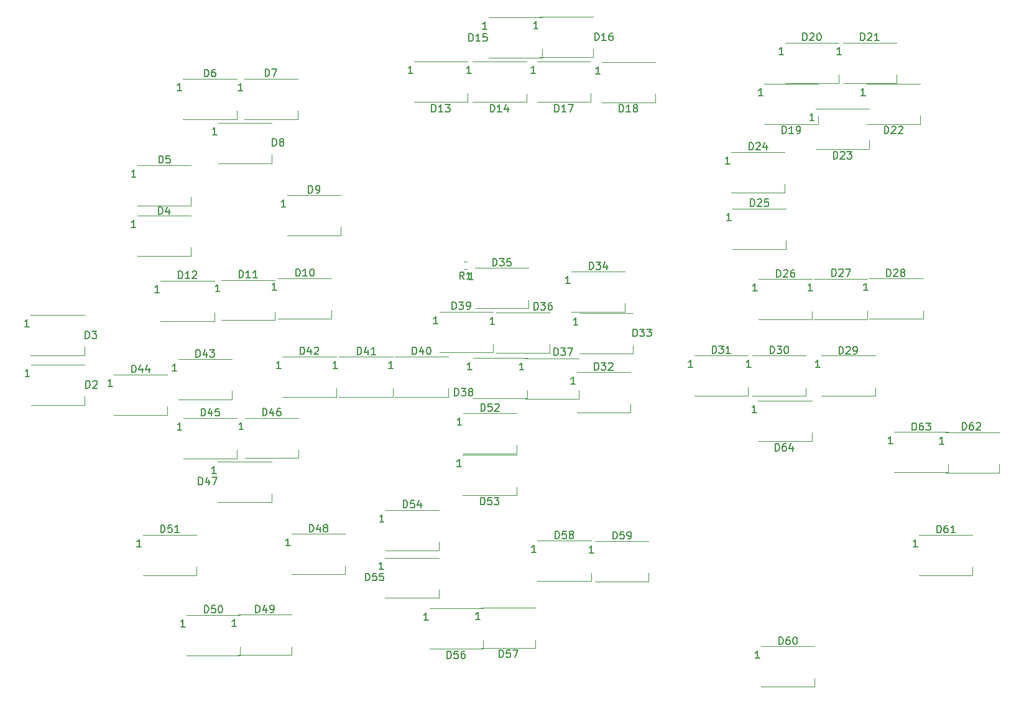
<source format=gbr>
%TF.GenerationSoftware,KiCad,Pcbnew,(5.1.6)-1*%
%TF.CreationDate,2020-11-25T20:53:45+11:00*%
%TF.ProjectId,ECS Panel PCB V1,45435320-5061-46e6-956c-205043422056,rev?*%
%TF.SameCoordinates,Original*%
%TF.FileFunction,Legend,Top*%
%TF.FilePolarity,Positive*%
%FSLAX46Y46*%
G04 Gerber Fmt 4.6, Leading zero omitted, Abs format (unit mm)*
G04 Created by KiCad (PCBNEW (5.1.6)-1) date 2020-11-25 20:53:45*
%MOMM*%
%LPD*%
G01*
G04 APERTURE LIST*
%ADD10C,0.120000*%
%ADD11C,0.150000*%
G04 APERTURE END LIST*
D10*
%TO.C,R1*%
X81886058Y-101604340D02*
X81411542Y-101604340D01*
X81886058Y-100559340D02*
X81411542Y-100559340D01*
%TO.C,D64*%
X121521000Y-119526000D02*
X128821000Y-119526000D01*
X121521000Y-125026000D02*
X128821000Y-125026000D01*
X128821000Y-125026000D02*
X128821000Y-123876000D01*
%TO.C,D63*%
X140063000Y-123793000D02*
X147363000Y-123793000D01*
X140063000Y-129293000D02*
X147363000Y-129293000D01*
X147363000Y-129293000D02*
X147363000Y-128143000D01*
%TO.C,D62*%
X154323000Y-129318000D02*
X154323000Y-128168000D01*
X147023000Y-129318000D02*
X154323000Y-129318000D01*
X147023000Y-123818000D02*
X154323000Y-123818000D01*
%TO.C,D61*%
X150741000Y-143314000D02*
X150741000Y-142164000D01*
X143441000Y-143314000D02*
X150741000Y-143314000D01*
X143441000Y-137814000D02*
X150741000Y-137814000D01*
%TO.C,D60*%
X129228000Y-158503000D02*
X129228000Y-157353000D01*
X121928000Y-158503000D02*
X129228000Y-158503000D01*
X121928000Y-153003000D02*
X129228000Y-153003000D01*
%TO.C,D59*%
X106622000Y-144152000D02*
X106622000Y-143002000D01*
X99322000Y-144152000D02*
X106622000Y-144152000D01*
X99322000Y-138652000D02*
X106622000Y-138652000D01*
%TO.C,D58*%
X98773000Y-144101000D02*
X98773000Y-142951000D01*
X91473000Y-144101000D02*
X98773000Y-144101000D01*
X91473000Y-138601000D02*
X98773000Y-138601000D01*
%TO.C,D57*%
X91153000Y-153245000D02*
X91153000Y-152095000D01*
X83853000Y-153245000D02*
X91153000Y-153245000D01*
X83853000Y-147745000D02*
X91153000Y-147745000D01*
%TO.C,D56*%
X84091800Y-153321000D02*
X84091800Y-152171000D01*
X76791800Y-153321000D02*
X84091800Y-153321000D01*
X76791800Y-147821000D02*
X84091800Y-147821000D01*
%TO.C,D55*%
X78021200Y-146412000D02*
X78021200Y-145262000D01*
X70721200Y-146412000D02*
X78021200Y-146412000D01*
X70721200Y-140912000D02*
X78021200Y-140912000D01*
%TO.C,D54*%
X78072000Y-139910000D02*
X78072000Y-138760000D01*
X70772000Y-139910000D02*
X78072000Y-139910000D01*
X70772000Y-134410000D02*
X78072000Y-134410000D01*
%TO.C,D53*%
X88613000Y-132417000D02*
X88613000Y-131267000D01*
X81313000Y-132417000D02*
X88613000Y-132417000D01*
X81313000Y-126917000D02*
X88613000Y-126917000D01*
%TO.C,D52*%
X88638400Y-126727000D02*
X88638400Y-125577000D01*
X81338400Y-126727000D02*
X88638400Y-126727000D01*
X81338400Y-121227000D02*
X88638400Y-121227000D01*
%TO.C,D51*%
X45026600Y-143314000D02*
X45026600Y-142164000D01*
X37726600Y-143314000D02*
X45026600Y-143314000D01*
X37726600Y-137814000D02*
X45026600Y-137814000D01*
%TO.C,D50*%
X50984000Y-154210000D02*
X50984000Y-153060000D01*
X43684000Y-154210000D02*
X50984000Y-154210000D01*
X43684000Y-148710000D02*
X50984000Y-148710000D01*
%TO.C,D49*%
X57980600Y-154185000D02*
X57980600Y-153035000D01*
X50680600Y-154185000D02*
X57980600Y-154185000D01*
X50680600Y-148685000D02*
X57980600Y-148685000D01*
%TO.C,D48*%
X65295800Y-143187000D02*
X65295800Y-142037000D01*
X57995800Y-143187000D02*
X65295800Y-143187000D01*
X57995800Y-137687000D02*
X65295800Y-137687000D01*
%TO.C,D47*%
X55237400Y-133357000D02*
X55237400Y-132207000D01*
X47937400Y-133357000D02*
X55237400Y-133357000D01*
X47937400Y-127857000D02*
X55237400Y-127857000D01*
%TO.C,D46*%
X58920400Y-127362000D02*
X58920400Y-126212000D01*
X51620400Y-127362000D02*
X58920400Y-127362000D01*
X51620400Y-121862000D02*
X58920400Y-121862000D01*
%TO.C,D45*%
X50538400Y-127388000D02*
X50538400Y-126238000D01*
X43238400Y-127388000D02*
X50538400Y-127388000D01*
X43238400Y-121888000D02*
X50538400Y-121888000D01*
%TO.C,D44*%
X41089600Y-121470000D02*
X41089600Y-120320000D01*
X33789600Y-121470000D02*
X41089600Y-121470000D01*
X33789600Y-115970000D02*
X41089600Y-115970000D01*
%TO.C,D43*%
X49852600Y-119361000D02*
X49852600Y-118211000D01*
X42552600Y-119361000D02*
X49852600Y-119361000D01*
X42552600Y-113861000D02*
X49852600Y-113861000D01*
%TO.C,D42*%
X64051200Y-119006000D02*
X64051200Y-117856000D01*
X56751200Y-119006000D02*
X64051200Y-119006000D01*
X56751200Y-113506000D02*
X64051200Y-113506000D01*
%TO.C,D41*%
X71747400Y-119006000D02*
X71747400Y-117856000D01*
X64447400Y-119006000D02*
X71747400Y-119006000D01*
X64447400Y-113506000D02*
X71747400Y-113506000D01*
%TO.C,D40*%
X79316600Y-119006000D02*
X79316600Y-117856000D01*
X72016600Y-119006000D02*
X79316600Y-119006000D01*
X72016600Y-113506000D02*
X79316600Y-113506000D01*
%TO.C,D39*%
X85412600Y-112935000D02*
X85412600Y-111785000D01*
X78112600Y-112935000D02*
X85412600Y-112935000D01*
X78112600Y-107435000D02*
X85412600Y-107435000D01*
%TO.C,D38*%
X90035400Y-119209000D02*
X90035400Y-118059000D01*
X82735400Y-119209000D02*
X90035400Y-119209000D01*
X82735400Y-113709000D02*
X90035400Y-113709000D01*
%TO.C,D37*%
X97110400Y-119235000D02*
X97110400Y-118085000D01*
X89810400Y-119235000D02*
X97110400Y-119235000D01*
X89810400Y-113735000D02*
X97110400Y-113735000D01*
%TO.C,D36*%
X93134200Y-113011000D02*
X93134200Y-111861000D01*
X85834200Y-113011000D02*
X93134200Y-113011000D01*
X85834200Y-107511000D02*
X93134200Y-107511000D01*
%TO.C,D35*%
X90264000Y-106941000D02*
X90264000Y-105791000D01*
X82964000Y-106941000D02*
X90264000Y-106941000D01*
X82964000Y-101441000D02*
X90264000Y-101441000D01*
%TO.C,D34*%
X103395800Y-107423000D02*
X103395800Y-106273000D01*
X96095800Y-107423000D02*
X103395800Y-107423000D01*
X96095800Y-101923000D02*
X103395800Y-101923000D01*
%TO.C,D33*%
X104488000Y-113113000D02*
X104488000Y-111963000D01*
X97188000Y-113113000D02*
X104488000Y-113113000D01*
X97188000Y-107613000D02*
X104488000Y-107613000D01*
%TO.C,D32*%
X104121000Y-121139000D02*
X104121000Y-119989000D01*
X96821000Y-121139000D02*
X104121000Y-121139000D01*
X96821000Y-115639000D02*
X104121000Y-115639000D01*
%TO.C,D31*%
X120134000Y-118853000D02*
X120134000Y-117703000D01*
X112834000Y-118853000D02*
X120134000Y-118853000D01*
X112834000Y-113353000D02*
X120134000Y-113353000D01*
%TO.C,D30*%
X128034000Y-118879000D02*
X128034000Y-117729000D01*
X120734000Y-118879000D02*
X128034000Y-118879000D01*
X120734000Y-113379000D02*
X128034000Y-113379000D01*
%TO.C,D29*%
X137457000Y-118879000D02*
X137457000Y-117729000D01*
X130157000Y-118879000D02*
X137457000Y-118879000D01*
X130157000Y-113379000D02*
X137457000Y-113379000D01*
%TO.C,D28*%
X143985000Y-108389000D02*
X143985000Y-107239000D01*
X136685000Y-108389000D02*
X143985000Y-108389000D01*
X136685000Y-102889000D02*
X143985000Y-102889000D01*
%TO.C,D27*%
X136416000Y-108414000D02*
X136416000Y-107264000D01*
X129116000Y-108414000D02*
X136416000Y-108414000D01*
X129116000Y-102914000D02*
X136416000Y-102914000D01*
%TO.C,D26*%
X128897000Y-108465000D02*
X128897000Y-107315000D01*
X121597000Y-108465000D02*
X128897000Y-108465000D01*
X121597000Y-102965000D02*
X128897000Y-102965000D01*
%TO.C,D25*%
X125341000Y-98838200D02*
X125341000Y-97688200D01*
X118041000Y-98838200D02*
X125341000Y-98838200D01*
X118041000Y-93338200D02*
X125341000Y-93338200D01*
%TO.C,D24*%
X125164000Y-91142000D02*
X125164000Y-89992000D01*
X117864000Y-91142000D02*
X125164000Y-91142000D01*
X117864000Y-85642000D02*
X125164000Y-85642000D01*
%TO.C,D23*%
X136658000Y-85224000D02*
X136658000Y-84074000D01*
X129358000Y-85224000D02*
X136658000Y-85224000D01*
X129358000Y-79724000D02*
X136658000Y-79724000D01*
%TO.C,D22*%
X143629000Y-81820200D02*
X143629000Y-80670200D01*
X136329000Y-81820200D02*
X143629000Y-81820200D01*
X136329000Y-76320200D02*
X143629000Y-76320200D01*
%TO.C,D21*%
X140353000Y-76232200D02*
X140353000Y-75082200D01*
X133053000Y-76232200D02*
X140353000Y-76232200D01*
X133053000Y-70732200D02*
X140353000Y-70732200D01*
%TO.C,D20*%
X132479000Y-76232200D02*
X132479000Y-75082200D01*
X125179000Y-76232200D02*
X132479000Y-76232200D01*
X125179000Y-70732200D02*
X132479000Y-70732200D01*
%TO.C,D19*%
X129673000Y-81871200D02*
X129673000Y-80721200D01*
X122373000Y-81871200D02*
X129673000Y-81871200D01*
X122373000Y-76371200D02*
X129673000Y-76371200D01*
%TO.C,D18*%
X107511000Y-78873800D02*
X107511000Y-77723800D01*
X100211000Y-78873800D02*
X107511000Y-78873800D01*
X100211000Y-73373800D02*
X107511000Y-73373800D01*
%TO.C,D17*%
X98696800Y-78797600D02*
X98696800Y-77647600D01*
X91396800Y-78797600D02*
X98696800Y-78797600D01*
X91396800Y-73297600D02*
X98696800Y-73297600D01*
%TO.C,D16*%
X99066200Y-72727200D02*
X99066200Y-71577200D01*
X91766200Y-72727200D02*
X99066200Y-72727200D01*
X91766200Y-67227200D02*
X99066200Y-67227200D01*
%TO.C,D15*%
X92104400Y-72778000D02*
X92104400Y-71628000D01*
X84804400Y-72778000D02*
X92104400Y-72778000D01*
X84804400Y-67278000D02*
X92104400Y-67278000D01*
%TO.C,D14*%
X89959200Y-78823000D02*
X89959200Y-77673000D01*
X82659200Y-78823000D02*
X89959200Y-78823000D01*
X82659200Y-73323000D02*
X89959200Y-73323000D01*
%TO.C,D13*%
X81983600Y-78797600D02*
X81983600Y-77647600D01*
X74683600Y-78797600D02*
X81983600Y-78797600D01*
X74683600Y-73297600D02*
X81983600Y-73297600D01*
%TO.C,D12*%
X47465000Y-108668000D02*
X47465000Y-107518000D01*
X40165000Y-108668000D02*
X47465000Y-108668000D01*
X40165000Y-103168000D02*
X47465000Y-103168000D01*
%TO.C,D11*%
X55720000Y-108566000D02*
X55720000Y-107416000D01*
X48420000Y-108566000D02*
X55720000Y-108566000D01*
X48420000Y-103066000D02*
X55720000Y-103066000D01*
%TO.C,D10*%
X63441600Y-108338000D02*
X63441600Y-107188000D01*
X56141600Y-108338000D02*
X63441600Y-108338000D01*
X56141600Y-102838000D02*
X63441600Y-102838000D01*
%TO.C,D9*%
X64686200Y-97009400D02*
X64686200Y-95859400D01*
X57386200Y-97009400D02*
X64686200Y-97009400D01*
X57386200Y-91509400D02*
X64686200Y-91509400D01*
%TO.C,D8*%
X55313600Y-87154200D02*
X55313600Y-86004200D01*
X48013600Y-87154200D02*
X55313600Y-87154200D01*
X48013600Y-81654200D02*
X55313600Y-81654200D01*
%TO.C,D7*%
X58818800Y-81159800D02*
X58818800Y-80009800D01*
X51518800Y-81159800D02*
X58818800Y-81159800D01*
X51518800Y-75659800D02*
X58818800Y-75659800D01*
%TO.C,D6*%
X50513000Y-81159800D02*
X50513000Y-80009800D01*
X43213000Y-81159800D02*
X50513000Y-81159800D01*
X43213000Y-75659800D02*
X50513000Y-75659800D01*
%TO.C,D5*%
X44290000Y-92920000D02*
X44290000Y-91770000D01*
X36990000Y-92920000D02*
X44290000Y-92920000D01*
X36990000Y-87420000D02*
X44290000Y-87420000D01*
%TO.C,D4*%
X44264600Y-99778000D02*
X44264600Y-98628000D01*
X36964600Y-99778000D02*
X44264600Y-99778000D01*
X36964600Y-94278000D02*
X44264600Y-94278000D01*
%TO.C,D3*%
X29761200Y-113342000D02*
X29761200Y-112192000D01*
X22461200Y-113342000D02*
X29761200Y-113342000D01*
X22461200Y-107842000D02*
X29761200Y-107842000D01*
%TO.C,D2*%
X29812000Y-120098000D02*
X29812000Y-118948000D01*
X22512000Y-120098000D02*
X29812000Y-120098000D01*
X22512000Y-114598000D02*
X29812000Y-114598000D01*
%TO.C,R1*%
D11*
X81482133Y-102964220D02*
X81148800Y-102488030D01*
X80910704Y-102964220D02*
X80910704Y-101964220D01*
X81291657Y-101964220D01*
X81386895Y-102011840D01*
X81434514Y-102059459D01*
X81482133Y-102154697D01*
X81482133Y-102297554D01*
X81434514Y-102392792D01*
X81386895Y-102440411D01*
X81291657Y-102488030D01*
X80910704Y-102488030D01*
X82434514Y-102964220D02*
X81863085Y-102964220D01*
X82148800Y-102964220D02*
X82148800Y-101964220D01*
X82053561Y-102107078D01*
X81958323Y-102202316D01*
X81863085Y-102249935D01*
%TO.C,D64*%
X123855114Y-126360580D02*
X123855114Y-125360580D01*
X124093209Y-125360580D01*
X124236066Y-125408200D01*
X124331304Y-125503438D01*
X124378923Y-125598676D01*
X124426542Y-125789152D01*
X124426542Y-125932009D01*
X124378923Y-126122485D01*
X124331304Y-126217723D01*
X124236066Y-126312961D01*
X124093209Y-126360580D01*
X123855114Y-126360580D01*
X125283685Y-125360580D02*
X125093209Y-125360580D01*
X124997971Y-125408200D01*
X124950352Y-125455819D01*
X124855114Y-125598676D01*
X124807495Y-125789152D01*
X124807495Y-126170104D01*
X124855114Y-126265342D01*
X124902733Y-126312961D01*
X124997971Y-126360580D01*
X125188447Y-126360580D01*
X125283685Y-126312961D01*
X125331304Y-126265342D01*
X125378923Y-126170104D01*
X125378923Y-125932009D01*
X125331304Y-125836771D01*
X125283685Y-125789152D01*
X125188447Y-125741533D01*
X124997971Y-125741533D01*
X124902733Y-125789152D01*
X124855114Y-125836771D01*
X124807495Y-125932009D01*
X126236066Y-125693914D02*
X126236066Y-126360580D01*
X125997971Y-125312961D02*
X125759876Y-126027247D01*
X126378923Y-126027247D01*
X121306714Y-121128380D02*
X120735285Y-121128380D01*
X121021000Y-121128380D02*
X121021000Y-120128380D01*
X120925761Y-120271238D01*
X120830523Y-120366476D01*
X120735285Y-120414095D01*
%TO.C,D63*%
X142524314Y-123540780D02*
X142524314Y-122540780D01*
X142762409Y-122540780D01*
X142905266Y-122588400D01*
X143000504Y-122683638D01*
X143048123Y-122778876D01*
X143095742Y-122969352D01*
X143095742Y-123112209D01*
X143048123Y-123302685D01*
X143000504Y-123397923D01*
X142905266Y-123493161D01*
X142762409Y-123540780D01*
X142524314Y-123540780D01*
X143952885Y-122540780D02*
X143762409Y-122540780D01*
X143667171Y-122588400D01*
X143619552Y-122636019D01*
X143524314Y-122778876D01*
X143476695Y-122969352D01*
X143476695Y-123350304D01*
X143524314Y-123445542D01*
X143571933Y-123493161D01*
X143667171Y-123540780D01*
X143857647Y-123540780D01*
X143952885Y-123493161D01*
X144000504Y-123445542D01*
X144048123Y-123350304D01*
X144048123Y-123112209D01*
X144000504Y-123016971D01*
X143952885Y-122969352D01*
X143857647Y-122921733D01*
X143667171Y-122921733D01*
X143571933Y-122969352D01*
X143524314Y-123016971D01*
X143476695Y-123112209D01*
X144381457Y-122540780D02*
X145000504Y-122540780D01*
X144667171Y-122921733D01*
X144810028Y-122921733D01*
X144905266Y-122969352D01*
X144952885Y-123016971D01*
X145000504Y-123112209D01*
X145000504Y-123350304D01*
X144952885Y-123445542D01*
X144905266Y-123493161D01*
X144810028Y-123540780D01*
X144524314Y-123540780D01*
X144429076Y-123493161D01*
X144381457Y-123445542D01*
X139848714Y-125395380D02*
X139277285Y-125395380D01*
X139563000Y-125395380D02*
X139563000Y-124395380D01*
X139467761Y-124538238D01*
X139372523Y-124633476D01*
X139277285Y-124681095D01*
%TO.C,D62*%
X149331714Y-123489780D02*
X149331714Y-122489780D01*
X149569809Y-122489780D01*
X149712666Y-122537400D01*
X149807904Y-122632638D01*
X149855523Y-122727876D01*
X149903142Y-122918352D01*
X149903142Y-123061209D01*
X149855523Y-123251685D01*
X149807904Y-123346923D01*
X149712666Y-123442161D01*
X149569809Y-123489780D01*
X149331714Y-123489780D01*
X150760285Y-122489780D02*
X150569809Y-122489780D01*
X150474571Y-122537400D01*
X150426952Y-122585019D01*
X150331714Y-122727876D01*
X150284095Y-122918352D01*
X150284095Y-123299304D01*
X150331714Y-123394542D01*
X150379333Y-123442161D01*
X150474571Y-123489780D01*
X150665047Y-123489780D01*
X150760285Y-123442161D01*
X150807904Y-123394542D01*
X150855523Y-123299304D01*
X150855523Y-123061209D01*
X150807904Y-122965971D01*
X150760285Y-122918352D01*
X150665047Y-122870733D01*
X150474571Y-122870733D01*
X150379333Y-122918352D01*
X150331714Y-122965971D01*
X150284095Y-123061209D01*
X151236476Y-122585019D02*
X151284095Y-122537400D01*
X151379333Y-122489780D01*
X151617428Y-122489780D01*
X151712666Y-122537400D01*
X151760285Y-122585019D01*
X151807904Y-122680257D01*
X151807904Y-122775495D01*
X151760285Y-122918352D01*
X151188857Y-123489780D01*
X151807904Y-123489780D01*
X146808714Y-125420380D02*
X146237285Y-125420380D01*
X146523000Y-125420380D02*
X146523000Y-124420380D01*
X146427761Y-124563238D01*
X146332523Y-124658476D01*
X146237285Y-124706095D01*
%TO.C,D61*%
X145876714Y-137516380D02*
X145876714Y-136516380D01*
X146114809Y-136516380D01*
X146257666Y-136564000D01*
X146352904Y-136659238D01*
X146400523Y-136754476D01*
X146448142Y-136944952D01*
X146448142Y-137087809D01*
X146400523Y-137278285D01*
X146352904Y-137373523D01*
X146257666Y-137468761D01*
X146114809Y-137516380D01*
X145876714Y-137516380D01*
X147305285Y-136516380D02*
X147114809Y-136516380D01*
X147019571Y-136564000D01*
X146971952Y-136611619D01*
X146876714Y-136754476D01*
X146829095Y-136944952D01*
X146829095Y-137325904D01*
X146876714Y-137421142D01*
X146924333Y-137468761D01*
X147019571Y-137516380D01*
X147210047Y-137516380D01*
X147305285Y-137468761D01*
X147352904Y-137421142D01*
X147400523Y-137325904D01*
X147400523Y-137087809D01*
X147352904Y-136992571D01*
X147305285Y-136944952D01*
X147210047Y-136897333D01*
X147019571Y-136897333D01*
X146924333Y-136944952D01*
X146876714Y-136992571D01*
X146829095Y-137087809D01*
X148352904Y-137516380D02*
X147781476Y-137516380D01*
X148067190Y-137516380D02*
X148067190Y-136516380D01*
X147971952Y-136659238D01*
X147876714Y-136754476D01*
X147781476Y-136802095D01*
X143226714Y-139416380D02*
X142655285Y-139416380D01*
X142941000Y-139416380D02*
X142941000Y-138416380D01*
X142845761Y-138559238D01*
X142750523Y-138654476D01*
X142655285Y-138702095D01*
%TO.C,D60*%
X124363714Y-152705380D02*
X124363714Y-151705380D01*
X124601809Y-151705380D01*
X124744666Y-151753000D01*
X124839904Y-151848238D01*
X124887523Y-151943476D01*
X124935142Y-152133952D01*
X124935142Y-152276809D01*
X124887523Y-152467285D01*
X124839904Y-152562523D01*
X124744666Y-152657761D01*
X124601809Y-152705380D01*
X124363714Y-152705380D01*
X125792285Y-151705380D02*
X125601809Y-151705380D01*
X125506571Y-151753000D01*
X125458952Y-151800619D01*
X125363714Y-151943476D01*
X125316095Y-152133952D01*
X125316095Y-152514904D01*
X125363714Y-152610142D01*
X125411333Y-152657761D01*
X125506571Y-152705380D01*
X125697047Y-152705380D01*
X125792285Y-152657761D01*
X125839904Y-152610142D01*
X125887523Y-152514904D01*
X125887523Y-152276809D01*
X125839904Y-152181571D01*
X125792285Y-152133952D01*
X125697047Y-152086333D01*
X125506571Y-152086333D01*
X125411333Y-152133952D01*
X125363714Y-152181571D01*
X125316095Y-152276809D01*
X126506571Y-151705380D02*
X126601809Y-151705380D01*
X126697047Y-151753000D01*
X126744666Y-151800619D01*
X126792285Y-151895857D01*
X126839904Y-152086333D01*
X126839904Y-152324428D01*
X126792285Y-152514904D01*
X126744666Y-152610142D01*
X126697047Y-152657761D01*
X126601809Y-152705380D01*
X126506571Y-152705380D01*
X126411333Y-152657761D01*
X126363714Y-152610142D01*
X126316095Y-152514904D01*
X126268476Y-152324428D01*
X126268476Y-152086333D01*
X126316095Y-151895857D01*
X126363714Y-151800619D01*
X126411333Y-151753000D01*
X126506571Y-151705380D01*
X121713714Y-154605380D02*
X121142285Y-154605380D01*
X121428000Y-154605380D02*
X121428000Y-153605380D01*
X121332761Y-153748238D01*
X121237523Y-153843476D01*
X121142285Y-153891095D01*
%TO.C,D59*%
X101757714Y-138354380D02*
X101757714Y-137354380D01*
X101995809Y-137354380D01*
X102138666Y-137402000D01*
X102233904Y-137497238D01*
X102281523Y-137592476D01*
X102329142Y-137782952D01*
X102329142Y-137925809D01*
X102281523Y-138116285D01*
X102233904Y-138211523D01*
X102138666Y-138306761D01*
X101995809Y-138354380D01*
X101757714Y-138354380D01*
X103233904Y-137354380D02*
X102757714Y-137354380D01*
X102710095Y-137830571D01*
X102757714Y-137782952D01*
X102852952Y-137735333D01*
X103091047Y-137735333D01*
X103186285Y-137782952D01*
X103233904Y-137830571D01*
X103281523Y-137925809D01*
X103281523Y-138163904D01*
X103233904Y-138259142D01*
X103186285Y-138306761D01*
X103091047Y-138354380D01*
X102852952Y-138354380D01*
X102757714Y-138306761D01*
X102710095Y-138259142D01*
X103757714Y-138354380D02*
X103948190Y-138354380D01*
X104043428Y-138306761D01*
X104091047Y-138259142D01*
X104186285Y-138116285D01*
X104233904Y-137925809D01*
X104233904Y-137544857D01*
X104186285Y-137449619D01*
X104138666Y-137402000D01*
X104043428Y-137354380D01*
X103852952Y-137354380D01*
X103757714Y-137402000D01*
X103710095Y-137449619D01*
X103662476Y-137544857D01*
X103662476Y-137782952D01*
X103710095Y-137878190D01*
X103757714Y-137925809D01*
X103852952Y-137973428D01*
X104043428Y-137973428D01*
X104138666Y-137925809D01*
X104186285Y-137878190D01*
X104233904Y-137782952D01*
X99107714Y-140254380D02*
X98536285Y-140254380D01*
X98822000Y-140254380D02*
X98822000Y-139254380D01*
X98726761Y-139397238D01*
X98631523Y-139492476D01*
X98536285Y-139540095D01*
%TO.C,D58*%
X93908714Y-138303380D02*
X93908714Y-137303380D01*
X94146809Y-137303380D01*
X94289666Y-137351000D01*
X94384904Y-137446238D01*
X94432523Y-137541476D01*
X94480142Y-137731952D01*
X94480142Y-137874809D01*
X94432523Y-138065285D01*
X94384904Y-138160523D01*
X94289666Y-138255761D01*
X94146809Y-138303380D01*
X93908714Y-138303380D01*
X95384904Y-137303380D02*
X94908714Y-137303380D01*
X94861095Y-137779571D01*
X94908714Y-137731952D01*
X95003952Y-137684333D01*
X95242047Y-137684333D01*
X95337285Y-137731952D01*
X95384904Y-137779571D01*
X95432523Y-137874809D01*
X95432523Y-138112904D01*
X95384904Y-138208142D01*
X95337285Y-138255761D01*
X95242047Y-138303380D01*
X95003952Y-138303380D01*
X94908714Y-138255761D01*
X94861095Y-138208142D01*
X96003952Y-137731952D02*
X95908714Y-137684333D01*
X95861095Y-137636714D01*
X95813476Y-137541476D01*
X95813476Y-137493857D01*
X95861095Y-137398619D01*
X95908714Y-137351000D01*
X96003952Y-137303380D01*
X96194428Y-137303380D01*
X96289666Y-137351000D01*
X96337285Y-137398619D01*
X96384904Y-137493857D01*
X96384904Y-137541476D01*
X96337285Y-137636714D01*
X96289666Y-137684333D01*
X96194428Y-137731952D01*
X96003952Y-137731952D01*
X95908714Y-137779571D01*
X95861095Y-137827190D01*
X95813476Y-137922428D01*
X95813476Y-138112904D01*
X95861095Y-138208142D01*
X95908714Y-138255761D01*
X96003952Y-138303380D01*
X96194428Y-138303380D01*
X96289666Y-138255761D01*
X96337285Y-138208142D01*
X96384904Y-138112904D01*
X96384904Y-137922428D01*
X96337285Y-137827190D01*
X96289666Y-137779571D01*
X96194428Y-137731952D01*
X91258714Y-140203380D02*
X90687285Y-140203380D01*
X90973000Y-140203380D02*
X90973000Y-139203380D01*
X90877761Y-139346238D01*
X90782523Y-139441476D01*
X90687285Y-139489095D01*
%TO.C,D57*%
X86288714Y-154503380D02*
X86288714Y-153503380D01*
X86526809Y-153503380D01*
X86669666Y-153551000D01*
X86764904Y-153646238D01*
X86812523Y-153741476D01*
X86860142Y-153931952D01*
X86860142Y-154074809D01*
X86812523Y-154265285D01*
X86764904Y-154360523D01*
X86669666Y-154455761D01*
X86526809Y-154503380D01*
X86288714Y-154503380D01*
X87764904Y-153503380D02*
X87288714Y-153503380D01*
X87241095Y-153979571D01*
X87288714Y-153931952D01*
X87383952Y-153884333D01*
X87622047Y-153884333D01*
X87717285Y-153931952D01*
X87764904Y-153979571D01*
X87812523Y-154074809D01*
X87812523Y-154312904D01*
X87764904Y-154408142D01*
X87717285Y-154455761D01*
X87622047Y-154503380D01*
X87383952Y-154503380D01*
X87288714Y-154455761D01*
X87241095Y-154408142D01*
X88145857Y-153503380D02*
X88812523Y-153503380D01*
X88383952Y-154503380D01*
X83638714Y-149347380D02*
X83067285Y-149347380D01*
X83353000Y-149347380D02*
X83353000Y-148347380D01*
X83257761Y-148490238D01*
X83162523Y-148585476D01*
X83067285Y-148633095D01*
%TO.C,D56*%
X79176714Y-154630180D02*
X79176714Y-153630180D01*
X79414809Y-153630180D01*
X79557666Y-153677800D01*
X79652904Y-153773038D01*
X79700523Y-153868276D01*
X79748142Y-154058752D01*
X79748142Y-154201609D01*
X79700523Y-154392085D01*
X79652904Y-154487323D01*
X79557666Y-154582561D01*
X79414809Y-154630180D01*
X79176714Y-154630180D01*
X80652904Y-153630180D02*
X80176714Y-153630180D01*
X80129095Y-154106371D01*
X80176714Y-154058752D01*
X80271952Y-154011133D01*
X80510047Y-154011133D01*
X80605285Y-154058752D01*
X80652904Y-154106371D01*
X80700523Y-154201609D01*
X80700523Y-154439704D01*
X80652904Y-154534942D01*
X80605285Y-154582561D01*
X80510047Y-154630180D01*
X80271952Y-154630180D01*
X80176714Y-154582561D01*
X80129095Y-154534942D01*
X81557666Y-153630180D02*
X81367190Y-153630180D01*
X81271952Y-153677800D01*
X81224333Y-153725419D01*
X81129095Y-153868276D01*
X81081476Y-154058752D01*
X81081476Y-154439704D01*
X81129095Y-154534942D01*
X81176714Y-154582561D01*
X81271952Y-154630180D01*
X81462428Y-154630180D01*
X81557666Y-154582561D01*
X81605285Y-154534942D01*
X81652904Y-154439704D01*
X81652904Y-154201609D01*
X81605285Y-154106371D01*
X81557666Y-154058752D01*
X81462428Y-154011133D01*
X81271952Y-154011133D01*
X81176714Y-154058752D01*
X81129095Y-154106371D01*
X81081476Y-154201609D01*
X76577514Y-149423380D02*
X76006085Y-149423380D01*
X76291800Y-149423380D02*
X76291800Y-148423380D01*
X76196561Y-148566238D01*
X76101323Y-148661476D01*
X76006085Y-148709095D01*
%TO.C,D55*%
X68051514Y-144038180D02*
X68051514Y-143038180D01*
X68289609Y-143038180D01*
X68432466Y-143085800D01*
X68527704Y-143181038D01*
X68575323Y-143276276D01*
X68622942Y-143466752D01*
X68622942Y-143609609D01*
X68575323Y-143800085D01*
X68527704Y-143895323D01*
X68432466Y-143990561D01*
X68289609Y-144038180D01*
X68051514Y-144038180D01*
X69527704Y-143038180D02*
X69051514Y-143038180D01*
X69003895Y-143514371D01*
X69051514Y-143466752D01*
X69146752Y-143419133D01*
X69384847Y-143419133D01*
X69480085Y-143466752D01*
X69527704Y-143514371D01*
X69575323Y-143609609D01*
X69575323Y-143847704D01*
X69527704Y-143942942D01*
X69480085Y-143990561D01*
X69384847Y-144038180D01*
X69146752Y-144038180D01*
X69051514Y-143990561D01*
X69003895Y-143942942D01*
X70480085Y-143038180D02*
X70003895Y-143038180D01*
X69956276Y-143514371D01*
X70003895Y-143466752D01*
X70099133Y-143419133D01*
X70337228Y-143419133D01*
X70432466Y-143466752D01*
X70480085Y-143514371D01*
X70527704Y-143609609D01*
X70527704Y-143847704D01*
X70480085Y-143942942D01*
X70432466Y-143990561D01*
X70337228Y-144038180D01*
X70099133Y-144038180D01*
X70003895Y-143990561D01*
X69956276Y-143942942D01*
X70506914Y-142514380D02*
X69935485Y-142514380D01*
X70221200Y-142514380D02*
X70221200Y-141514380D01*
X70125961Y-141657238D01*
X70030723Y-141752476D01*
X69935485Y-141800095D01*
%TO.C,D54*%
X73207714Y-134112380D02*
X73207714Y-133112380D01*
X73445809Y-133112380D01*
X73588666Y-133160000D01*
X73683904Y-133255238D01*
X73731523Y-133350476D01*
X73779142Y-133540952D01*
X73779142Y-133683809D01*
X73731523Y-133874285D01*
X73683904Y-133969523D01*
X73588666Y-134064761D01*
X73445809Y-134112380D01*
X73207714Y-134112380D01*
X74683904Y-133112380D02*
X74207714Y-133112380D01*
X74160095Y-133588571D01*
X74207714Y-133540952D01*
X74302952Y-133493333D01*
X74541047Y-133493333D01*
X74636285Y-133540952D01*
X74683904Y-133588571D01*
X74731523Y-133683809D01*
X74731523Y-133921904D01*
X74683904Y-134017142D01*
X74636285Y-134064761D01*
X74541047Y-134112380D01*
X74302952Y-134112380D01*
X74207714Y-134064761D01*
X74160095Y-134017142D01*
X75588666Y-133445714D02*
X75588666Y-134112380D01*
X75350571Y-133064761D02*
X75112476Y-133779047D01*
X75731523Y-133779047D01*
X70557714Y-136012380D02*
X69986285Y-136012380D01*
X70272000Y-136012380D02*
X70272000Y-135012380D01*
X70176761Y-135155238D01*
X70081523Y-135250476D01*
X69986285Y-135298095D01*
%TO.C,D53*%
X83748514Y-133700780D02*
X83748514Y-132700780D01*
X83986609Y-132700780D01*
X84129466Y-132748400D01*
X84224704Y-132843638D01*
X84272323Y-132938876D01*
X84319942Y-133129352D01*
X84319942Y-133272209D01*
X84272323Y-133462685D01*
X84224704Y-133557923D01*
X84129466Y-133653161D01*
X83986609Y-133700780D01*
X83748514Y-133700780D01*
X85224704Y-132700780D02*
X84748514Y-132700780D01*
X84700895Y-133176971D01*
X84748514Y-133129352D01*
X84843752Y-133081733D01*
X85081847Y-133081733D01*
X85177085Y-133129352D01*
X85224704Y-133176971D01*
X85272323Y-133272209D01*
X85272323Y-133510304D01*
X85224704Y-133605542D01*
X85177085Y-133653161D01*
X85081847Y-133700780D01*
X84843752Y-133700780D01*
X84748514Y-133653161D01*
X84700895Y-133605542D01*
X85605657Y-132700780D02*
X86224704Y-132700780D01*
X85891371Y-133081733D01*
X86034228Y-133081733D01*
X86129466Y-133129352D01*
X86177085Y-133176971D01*
X86224704Y-133272209D01*
X86224704Y-133510304D01*
X86177085Y-133605542D01*
X86129466Y-133653161D01*
X86034228Y-133700780D01*
X85748514Y-133700780D01*
X85653276Y-133653161D01*
X85605657Y-133605542D01*
X81098714Y-128519380D02*
X80527285Y-128519380D01*
X80813000Y-128519380D02*
X80813000Y-127519380D01*
X80717761Y-127662238D01*
X80622523Y-127757476D01*
X80527285Y-127805095D01*
%TO.C,D52*%
X83774114Y-120929380D02*
X83774114Y-119929380D01*
X84012209Y-119929380D01*
X84155066Y-119977000D01*
X84250304Y-120072238D01*
X84297923Y-120167476D01*
X84345542Y-120357952D01*
X84345542Y-120500809D01*
X84297923Y-120691285D01*
X84250304Y-120786523D01*
X84155066Y-120881761D01*
X84012209Y-120929380D01*
X83774114Y-120929380D01*
X85250304Y-119929380D02*
X84774114Y-119929380D01*
X84726495Y-120405571D01*
X84774114Y-120357952D01*
X84869352Y-120310333D01*
X85107447Y-120310333D01*
X85202685Y-120357952D01*
X85250304Y-120405571D01*
X85297923Y-120500809D01*
X85297923Y-120738904D01*
X85250304Y-120834142D01*
X85202685Y-120881761D01*
X85107447Y-120929380D01*
X84869352Y-120929380D01*
X84774114Y-120881761D01*
X84726495Y-120834142D01*
X85678876Y-120024619D02*
X85726495Y-119977000D01*
X85821733Y-119929380D01*
X86059828Y-119929380D01*
X86155066Y-119977000D01*
X86202685Y-120024619D01*
X86250304Y-120119857D01*
X86250304Y-120215095D01*
X86202685Y-120357952D01*
X85631257Y-120929380D01*
X86250304Y-120929380D01*
X81124114Y-122829380D02*
X80552685Y-122829380D01*
X80838400Y-122829380D02*
X80838400Y-121829380D01*
X80743161Y-121972238D01*
X80647923Y-122067476D01*
X80552685Y-122115095D01*
%TO.C,D51*%
X40187714Y-137460380D02*
X40187714Y-136460380D01*
X40425809Y-136460380D01*
X40568666Y-136508000D01*
X40663904Y-136603238D01*
X40711523Y-136698476D01*
X40759142Y-136888952D01*
X40759142Y-137031809D01*
X40711523Y-137222285D01*
X40663904Y-137317523D01*
X40568666Y-137412761D01*
X40425809Y-137460380D01*
X40187714Y-137460380D01*
X41663904Y-136460380D02*
X41187714Y-136460380D01*
X41140095Y-136936571D01*
X41187714Y-136888952D01*
X41282952Y-136841333D01*
X41521047Y-136841333D01*
X41616285Y-136888952D01*
X41663904Y-136936571D01*
X41711523Y-137031809D01*
X41711523Y-137269904D01*
X41663904Y-137365142D01*
X41616285Y-137412761D01*
X41521047Y-137460380D01*
X41282952Y-137460380D01*
X41187714Y-137412761D01*
X41140095Y-137365142D01*
X42663904Y-137460380D02*
X42092476Y-137460380D01*
X42378190Y-137460380D02*
X42378190Y-136460380D01*
X42282952Y-136603238D01*
X42187714Y-136698476D01*
X42092476Y-136746095D01*
X37512314Y-139416380D02*
X36940885Y-139416380D01*
X37226600Y-139416380D02*
X37226600Y-138416380D01*
X37131361Y-138559238D01*
X37036123Y-138654476D01*
X36940885Y-138702095D01*
%TO.C,D50*%
X46119714Y-148412380D02*
X46119714Y-147412380D01*
X46357809Y-147412380D01*
X46500666Y-147460000D01*
X46595904Y-147555238D01*
X46643523Y-147650476D01*
X46691142Y-147840952D01*
X46691142Y-147983809D01*
X46643523Y-148174285D01*
X46595904Y-148269523D01*
X46500666Y-148364761D01*
X46357809Y-148412380D01*
X46119714Y-148412380D01*
X47595904Y-147412380D02*
X47119714Y-147412380D01*
X47072095Y-147888571D01*
X47119714Y-147840952D01*
X47214952Y-147793333D01*
X47453047Y-147793333D01*
X47548285Y-147840952D01*
X47595904Y-147888571D01*
X47643523Y-147983809D01*
X47643523Y-148221904D01*
X47595904Y-148317142D01*
X47548285Y-148364761D01*
X47453047Y-148412380D01*
X47214952Y-148412380D01*
X47119714Y-148364761D01*
X47072095Y-148317142D01*
X48262571Y-147412380D02*
X48357809Y-147412380D01*
X48453047Y-147460000D01*
X48500666Y-147507619D01*
X48548285Y-147602857D01*
X48595904Y-147793333D01*
X48595904Y-148031428D01*
X48548285Y-148221904D01*
X48500666Y-148317142D01*
X48453047Y-148364761D01*
X48357809Y-148412380D01*
X48262571Y-148412380D01*
X48167333Y-148364761D01*
X48119714Y-148317142D01*
X48072095Y-148221904D01*
X48024476Y-148031428D01*
X48024476Y-147793333D01*
X48072095Y-147602857D01*
X48119714Y-147507619D01*
X48167333Y-147460000D01*
X48262571Y-147412380D01*
X43469714Y-150312380D02*
X42898285Y-150312380D01*
X43184000Y-150312380D02*
X43184000Y-149312380D01*
X43088761Y-149455238D01*
X42993523Y-149550476D01*
X42898285Y-149598095D01*
%TO.C,D49*%
X53116314Y-148387380D02*
X53116314Y-147387380D01*
X53354409Y-147387380D01*
X53497266Y-147435000D01*
X53592504Y-147530238D01*
X53640123Y-147625476D01*
X53687742Y-147815952D01*
X53687742Y-147958809D01*
X53640123Y-148149285D01*
X53592504Y-148244523D01*
X53497266Y-148339761D01*
X53354409Y-148387380D01*
X53116314Y-148387380D01*
X54544885Y-147720714D02*
X54544885Y-148387380D01*
X54306790Y-147339761D02*
X54068695Y-148054047D01*
X54687742Y-148054047D01*
X55116314Y-148387380D02*
X55306790Y-148387380D01*
X55402028Y-148339761D01*
X55449647Y-148292142D01*
X55544885Y-148149285D01*
X55592504Y-147958809D01*
X55592504Y-147577857D01*
X55544885Y-147482619D01*
X55497266Y-147435000D01*
X55402028Y-147387380D01*
X55211552Y-147387380D01*
X55116314Y-147435000D01*
X55068695Y-147482619D01*
X55021076Y-147577857D01*
X55021076Y-147815952D01*
X55068695Y-147911190D01*
X55116314Y-147958809D01*
X55211552Y-148006428D01*
X55402028Y-148006428D01*
X55497266Y-147958809D01*
X55544885Y-147911190D01*
X55592504Y-147815952D01*
X50466314Y-150287380D02*
X49894885Y-150287380D01*
X50180600Y-150287380D02*
X50180600Y-149287380D01*
X50085361Y-149430238D01*
X49990123Y-149525476D01*
X49894885Y-149573095D01*
%TO.C,D48*%
X60431514Y-137389380D02*
X60431514Y-136389380D01*
X60669609Y-136389380D01*
X60812466Y-136437000D01*
X60907704Y-136532238D01*
X60955323Y-136627476D01*
X61002942Y-136817952D01*
X61002942Y-136960809D01*
X60955323Y-137151285D01*
X60907704Y-137246523D01*
X60812466Y-137341761D01*
X60669609Y-137389380D01*
X60431514Y-137389380D01*
X61860085Y-136722714D02*
X61860085Y-137389380D01*
X61621990Y-136341761D02*
X61383895Y-137056047D01*
X62002942Y-137056047D01*
X62526752Y-136817952D02*
X62431514Y-136770333D01*
X62383895Y-136722714D01*
X62336276Y-136627476D01*
X62336276Y-136579857D01*
X62383895Y-136484619D01*
X62431514Y-136437000D01*
X62526752Y-136389380D01*
X62717228Y-136389380D01*
X62812466Y-136437000D01*
X62860085Y-136484619D01*
X62907704Y-136579857D01*
X62907704Y-136627476D01*
X62860085Y-136722714D01*
X62812466Y-136770333D01*
X62717228Y-136817952D01*
X62526752Y-136817952D01*
X62431514Y-136865571D01*
X62383895Y-136913190D01*
X62336276Y-137008428D01*
X62336276Y-137198904D01*
X62383895Y-137294142D01*
X62431514Y-137341761D01*
X62526752Y-137389380D01*
X62717228Y-137389380D01*
X62812466Y-137341761D01*
X62860085Y-137294142D01*
X62907704Y-137198904D01*
X62907704Y-137008428D01*
X62860085Y-136913190D01*
X62812466Y-136865571D01*
X62717228Y-136817952D01*
X57781514Y-139289380D02*
X57210085Y-139289380D01*
X57495800Y-139289380D02*
X57495800Y-138289380D01*
X57400561Y-138432238D01*
X57305323Y-138527476D01*
X57210085Y-138575095D01*
%TO.C,D47*%
X45318514Y-130983180D02*
X45318514Y-129983180D01*
X45556609Y-129983180D01*
X45699466Y-130030800D01*
X45794704Y-130126038D01*
X45842323Y-130221276D01*
X45889942Y-130411752D01*
X45889942Y-130554609D01*
X45842323Y-130745085D01*
X45794704Y-130840323D01*
X45699466Y-130935561D01*
X45556609Y-130983180D01*
X45318514Y-130983180D01*
X46747085Y-130316514D02*
X46747085Y-130983180D01*
X46508990Y-129935561D02*
X46270895Y-130649847D01*
X46889942Y-130649847D01*
X47175657Y-129983180D02*
X47842323Y-129983180D01*
X47413752Y-130983180D01*
X47723114Y-129459380D02*
X47151685Y-129459380D01*
X47437400Y-129459380D02*
X47437400Y-128459380D01*
X47342161Y-128602238D01*
X47246923Y-128697476D01*
X47151685Y-128745095D01*
%TO.C,D46*%
X54056114Y-121564380D02*
X54056114Y-120564380D01*
X54294209Y-120564380D01*
X54437066Y-120612000D01*
X54532304Y-120707238D01*
X54579923Y-120802476D01*
X54627542Y-120992952D01*
X54627542Y-121135809D01*
X54579923Y-121326285D01*
X54532304Y-121421523D01*
X54437066Y-121516761D01*
X54294209Y-121564380D01*
X54056114Y-121564380D01*
X55484685Y-120897714D02*
X55484685Y-121564380D01*
X55246590Y-120516761D02*
X55008495Y-121231047D01*
X55627542Y-121231047D01*
X56437066Y-120564380D02*
X56246590Y-120564380D01*
X56151352Y-120612000D01*
X56103733Y-120659619D01*
X56008495Y-120802476D01*
X55960876Y-120992952D01*
X55960876Y-121373904D01*
X56008495Y-121469142D01*
X56056114Y-121516761D01*
X56151352Y-121564380D01*
X56341828Y-121564380D01*
X56437066Y-121516761D01*
X56484685Y-121469142D01*
X56532304Y-121373904D01*
X56532304Y-121135809D01*
X56484685Y-121040571D01*
X56437066Y-120992952D01*
X56341828Y-120945333D01*
X56151352Y-120945333D01*
X56056114Y-120992952D01*
X56008495Y-121040571D01*
X55960876Y-121135809D01*
X51406114Y-123464380D02*
X50834685Y-123464380D01*
X51120400Y-123464380D02*
X51120400Y-122464380D01*
X51025161Y-122607238D01*
X50929923Y-122702476D01*
X50834685Y-122750095D01*
%TO.C,D45*%
X45674114Y-121590380D02*
X45674114Y-120590380D01*
X45912209Y-120590380D01*
X46055066Y-120638000D01*
X46150304Y-120733238D01*
X46197923Y-120828476D01*
X46245542Y-121018952D01*
X46245542Y-121161809D01*
X46197923Y-121352285D01*
X46150304Y-121447523D01*
X46055066Y-121542761D01*
X45912209Y-121590380D01*
X45674114Y-121590380D01*
X47102685Y-120923714D02*
X47102685Y-121590380D01*
X46864590Y-120542761D02*
X46626495Y-121257047D01*
X47245542Y-121257047D01*
X48102685Y-120590380D02*
X47626495Y-120590380D01*
X47578876Y-121066571D01*
X47626495Y-121018952D01*
X47721733Y-120971333D01*
X47959828Y-120971333D01*
X48055066Y-121018952D01*
X48102685Y-121066571D01*
X48150304Y-121161809D01*
X48150304Y-121399904D01*
X48102685Y-121495142D01*
X48055066Y-121542761D01*
X47959828Y-121590380D01*
X47721733Y-121590380D01*
X47626495Y-121542761D01*
X47578876Y-121495142D01*
X43024114Y-123490380D02*
X42452685Y-123490380D01*
X42738400Y-123490380D02*
X42738400Y-122490380D01*
X42643161Y-122633238D01*
X42547923Y-122728476D01*
X42452685Y-122776095D01*
%TO.C,D44*%
X36225314Y-115672380D02*
X36225314Y-114672380D01*
X36463409Y-114672380D01*
X36606266Y-114720000D01*
X36701504Y-114815238D01*
X36749123Y-114910476D01*
X36796742Y-115100952D01*
X36796742Y-115243809D01*
X36749123Y-115434285D01*
X36701504Y-115529523D01*
X36606266Y-115624761D01*
X36463409Y-115672380D01*
X36225314Y-115672380D01*
X37653885Y-115005714D02*
X37653885Y-115672380D01*
X37415790Y-114624761D02*
X37177695Y-115339047D01*
X37796742Y-115339047D01*
X38606266Y-115005714D02*
X38606266Y-115672380D01*
X38368171Y-114624761D02*
X38130076Y-115339047D01*
X38749123Y-115339047D01*
X33575314Y-117572380D02*
X33003885Y-117572380D01*
X33289600Y-117572380D02*
X33289600Y-116572380D01*
X33194361Y-116715238D01*
X33099123Y-116810476D01*
X33003885Y-116858095D01*
%TO.C,D43*%
X44988314Y-113563380D02*
X44988314Y-112563380D01*
X45226409Y-112563380D01*
X45369266Y-112611000D01*
X45464504Y-112706238D01*
X45512123Y-112801476D01*
X45559742Y-112991952D01*
X45559742Y-113134809D01*
X45512123Y-113325285D01*
X45464504Y-113420523D01*
X45369266Y-113515761D01*
X45226409Y-113563380D01*
X44988314Y-113563380D01*
X46416885Y-112896714D02*
X46416885Y-113563380D01*
X46178790Y-112515761D02*
X45940695Y-113230047D01*
X46559742Y-113230047D01*
X46845457Y-112563380D02*
X47464504Y-112563380D01*
X47131171Y-112944333D01*
X47274028Y-112944333D01*
X47369266Y-112991952D01*
X47416885Y-113039571D01*
X47464504Y-113134809D01*
X47464504Y-113372904D01*
X47416885Y-113468142D01*
X47369266Y-113515761D01*
X47274028Y-113563380D01*
X46988314Y-113563380D01*
X46893076Y-113515761D01*
X46845457Y-113468142D01*
X42338314Y-115463380D02*
X41766885Y-115463380D01*
X42052600Y-115463380D02*
X42052600Y-114463380D01*
X41957361Y-114606238D01*
X41862123Y-114701476D01*
X41766885Y-114749095D01*
%TO.C,D42*%
X59186914Y-113208380D02*
X59186914Y-112208380D01*
X59425009Y-112208380D01*
X59567866Y-112256000D01*
X59663104Y-112351238D01*
X59710723Y-112446476D01*
X59758342Y-112636952D01*
X59758342Y-112779809D01*
X59710723Y-112970285D01*
X59663104Y-113065523D01*
X59567866Y-113160761D01*
X59425009Y-113208380D01*
X59186914Y-113208380D01*
X60615485Y-112541714D02*
X60615485Y-113208380D01*
X60377390Y-112160761D02*
X60139295Y-112875047D01*
X60758342Y-112875047D01*
X61091676Y-112303619D02*
X61139295Y-112256000D01*
X61234533Y-112208380D01*
X61472628Y-112208380D01*
X61567866Y-112256000D01*
X61615485Y-112303619D01*
X61663104Y-112398857D01*
X61663104Y-112494095D01*
X61615485Y-112636952D01*
X61044057Y-113208380D01*
X61663104Y-113208380D01*
X56536914Y-115108380D02*
X55965485Y-115108380D01*
X56251200Y-115108380D02*
X56251200Y-114108380D01*
X56155961Y-114251238D01*
X56060723Y-114346476D01*
X55965485Y-114394095D01*
%TO.C,D41*%
X66933914Y-113228580D02*
X66933914Y-112228580D01*
X67172009Y-112228580D01*
X67314866Y-112276200D01*
X67410104Y-112371438D01*
X67457723Y-112466676D01*
X67505342Y-112657152D01*
X67505342Y-112800009D01*
X67457723Y-112990485D01*
X67410104Y-113085723D01*
X67314866Y-113180961D01*
X67172009Y-113228580D01*
X66933914Y-113228580D01*
X68362485Y-112561914D02*
X68362485Y-113228580D01*
X68124390Y-112180961D02*
X67886295Y-112895247D01*
X68505342Y-112895247D01*
X69410104Y-113228580D02*
X68838676Y-113228580D01*
X69124390Y-113228580D02*
X69124390Y-112228580D01*
X69029152Y-112371438D01*
X68933914Y-112466676D01*
X68838676Y-112514295D01*
X64233114Y-115108380D02*
X63661685Y-115108380D01*
X63947400Y-115108380D02*
X63947400Y-114108380D01*
X63852161Y-114251238D01*
X63756923Y-114346476D01*
X63661685Y-114394095D01*
%TO.C,D40*%
X74452314Y-113208380D02*
X74452314Y-112208380D01*
X74690409Y-112208380D01*
X74833266Y-112256000D01*
X74928504Y-112351238D01*
X74976123Y-112446476D01*
X75023742Y-112636952D01*
X75023742Y-112779809D01*
X74976123Y-112970285D01*
X74928504Y-113065523D01*
X74833266Y-113160761D01*
X74690409Y-113208380D01*
X74452314Y-113208380D01*
X75880885Y-112541714D02*
X75880885Y-113208380D01*
X75642790Y-112160761D02*
X75404695Y-112875047D01*
X76023742Y-112875047D01*
X76595171Y-112208380D02*
X76690409Y-112208380D01*
X76785647Y-112256000D01*
X76833266Y-112303619D01*
X76880885Y-112398857D01*
X76928504Y-112589333D01*
X76928504Y-112827428D01*
X76880885Y-113017904D01*
X76833266Y-113113142D01*
X76785647Y-113160761D01*
X76690409Y-113208380D01*
X76595171Y-113208380D01*
X76499933Y-113160761D01*
X76452314Y-113113142D01*
X76404695Y-113017904D01*
X76357076Y-112827428D01*
X76357076Y-112589333D01*
X76404695Y-112398857D01*
X76452314Y-112303619D01*
X76499933Y-112256000D01*
X76595171Y-112208380D01*
X71802314Y-115108380D02*
X71230885Y-115108380D01*
X71516600Y-115108380D02*
X71516600Y-114108380D01*
X71421361Y-114251238D01*
X71326123Y-114346476D01*
X71230885Y-114394095D01*
%TO.C,D39*%
X79862514Y-107081380D02*
X79862514Y-106081380D01*
X80100609Y-106081380D01*
X80243466Y-106129000D01*
X80338704Y-106224238D01*
X80386323Y-106319476D01*
X80433942Y-106509952D01*
X80433942Y-106652809D01*
X80386323Y-106843285D01*
X80338704Y-106938523D01*
X80243466Y-107033761D01*
X80100609Y-107081380D01*
X79862514Y-107081380D01*
X80767276Y-106081380D02*
X81386323Y-106081380D01*
X81052990Y-106462333D01*
X81195847Y-106462333D01*
X81291085Y-106509952D01*
X81338704Y-106557571D01*
X81386323Y-106652809D01*
X81386323Y-106890904D01*
X81338704Y-106986142D01*
X81291085Y-107033761D01*
X81195847Y-107081380D01*
X80910133Y-107081380D01*
X80814895Y-107033761D01*
X80767276Y-106986142D01*
X81862514Y-107081380D02*
X82052990Y-107081380D01*
X82148228Y-107033761D01*
X82195847Y-106986142D01*
X82291085Y-106843285D01*
X82338704Y-106652809D01*
X82338704Y-106271857D01*
X82291085Y-106176619D01*
X82243466Y-106129000D01*
X82148228Y-106081380D01*
X81957752Y-106081380D01*
X81862514Y-106129000D01*
X81814895Y-106176619D01*
X81767276Y-106271857D01*
X81767276Y-106509952D01*
X81814895Y-106605190D01*
X81862514Y-106652809D01*
X81957752Y-106700428D01*
X82148228Y-106700428D01*
X82243466Y-106652809D01*
X82291085Y-106605190D01*
X82338704Y-106509952D01*
X77898314Y-109037380D02*
X77326885Y-109037380D01*
X77612600Y-109037380D02*
X77612600Y-108037380D01*
X77517361Y-108180238D01*
X77422123Y-108275476D01*
X77326885Y-108323095D01*
%TO.C,D38*%
X80192714Y-118841780D02*
X80192714Y-117841780D01*
X80430809Y-117841780D01*
X80573666Y-117889400D01*
X80668904Y-117984638D01*
X80716523Y-118079876D01*
X80764142Y-118270352D01*
X80764142Y-118413209D01*
X80716523Y-118603685D01*
X80668904Y-118698923D01*
X80573666Y-118794161D01*
X80430809Y-118841780D01*
X80192714Y-118841780D01*
X81097476Y-117841780D02*
X81716523Y-117841780D01*
X81383190Y-118222733D01*
X81526047Y-118222733D01*
X81621285Y-118270352D01*
X81668904Y-118317971D01*
X81716523Y-118413209D01*
X81716523Y-118651304D01*
X81668904Y-118746542D01*
X81621285Y-118794161D01*
X81526047Y-118841780D01*
X81240333Y-118841780D01*
X81145095Y-118794161D01*
X81097476Y-118746542D01*
X82287952Y-118270352D02*
X82192714Y-118222733D01*
X82145095Y-118175114D01*
X82097476Y-118079876D01*
X82097476Y-118032257D01*
X82145095Y-117937019D01*
X82192714Y-117889400D01*
X82287952Y-117841780D01*
X82478428Y-117841780D01*
X82573666Y-117889400D01*
X82621285Y-117937019D01*
X82668904Y-118032257D01*
X82668904Y-118079876D01*
X82621285Y-118175114D01*
X82573666Y-118222733D01*
X82478428Y-118270352D01*
X82287952Y-118270352D01*
X82192714Y-118317971D01*
X82145095Y-118365590D01*
X82097476Y-118460828D01*
X82097476Y-118651304D01*
X82145095Y-118746542D01*
X82192714Y-118794161D01*
X82287952Y-118841780D01*
X82478428Y-118841780D01*
X82573666Y-118794161D01*
X82621285Y-118746542D01*
X82668904Y-118651304D01*
X82668904Y-118460828D01*
X82621285Y-118365590D01*
X82573666Y-118317971D01*
X82478428Y-118270352D01*
X82521114Y-115311380D02*
X81949685Y-115311380D01*
X82235400Y-115311380D02*
X82235400Y-114311380D01*
X82140161Y-114454238D01*
X82044923Y-114549476D01*
X81949685Y-114597095D01*
%TO.C,D37*%
X93756314Y-113355780D02*
X93756314Y-112355780D01*
X93994409Y-112355780D01*
X94137266Y-112403400D01*
X94232504Y-112498638D01*
X94280123Y-112593876D01*
X94327742Y-112784352D01*
X94327742Y-112927209D01*
X94280123Y-113117685D01*
X94232504Y-113212923D01*
X94137266Y-113308161D01*
X93994409Y-113355780D01*
X93756314Y-113355780D01*
X94661076Y-112355780D02*
X95280123Y-112355780D01*
X94946790Y-112736733D01*
X95089647Y-112736733D01*
X95184885Y-112784352D01*
X95232504Y-112831971D01*
X95280123Y-112927209D01*
X95280123Y-113165304D01*
X95232504Y-113260542D01*
X95184885Y-113308161D01*
X95089647Y-113355780D01*
X94803933Y-113355780D01*
X94708695Y-113308161D01*
X94661076Y-113260542D01*
X95613457Y-112355780D02*
X96280123Y-112355780D01*
X95851552Y-113355780D01*
X89596114Y-115337380D02*
X89024685Y-115337380D01*
X89310400Y-115337380D02*
X89310400Y-114337380D01*
X89215161Y-114480238D01*
X89119923Y-114575476D01*
X89024685Y-114623095D01*
%TO.C,D36*%
X91013114Y-107131980D02*
X91013114Y-106131980D01*
X91251209Y-106131980D01*
X91394066Y-106179600D01*
X91489304Y-106274838D01*
X91536923Y-106370076D01*
X91584542Y-106560552D01*
X91584542Y-106703409D01*
X91536923Y-106893885D01*
X91489304Y-106989123D01*
X91394066Y-107084361D01*
X91251209Y-107131980D01*
X91013114Y-107131980D01*
X91917876Y-106131980D02*
X92536923Y-106131980D01*
X92203590Y-106512933D01*
X92346447Y-106512933D01*
X92441685Y-106560552D01*
X92489304Y-106608171D01*
X92536923Y-106703409D01*
X92536923Y-106941504D01*
X92489304Y-107036742D01*
X92441685Y-107084361D01*
X92346447Y-107131980D01*
X92060733Y-107131980D01*
X91965495Y-107084361D01*
X91917876Y-107036742D01*
X93394066Y-106131980D02*
X93203590Y-106131980D01*
X93108352Y-106179600D01*
X93060733Y-106227219D01*
X92965495Y-106370076D01*
X92917876Y-106560552D01*
X92917876Y-106941504D01*
X92965495Y-107036742D01*
X93013114Y-107084361D01*
X93108352Y-107131980D01*
X93298828Y-107131980D01*
X93394066Y-107084361D01*
X93441685Y-107036742D01*
X93489304Y-106941504D01*
X93489304Y-106703409D01*
X93441685Y-106608171D01*
X93394066Y-106560552D01*
X93298828Y-106512933D01*
X93108352Y-106512933D01*
X93013114Y-106560552D01*
X92965495Y-106608171D01*
X92917876Y-106703409D01*
X85619914Y-109113380D02*
X85048485Y-109113380D01*
X85334200Y-109113380D02*
X85334200Y-108113380D01*
X85238961Y-108256238D01*
X85143723Y-108351476D01*
X85048485Y-108399095D01*
%TO.C,D35*%
X85399714Y-101143380D02*
X85399714Y-100143380D01*
X85637809Y-100143380D01*
X85780666Y-100191000D01*
X85875904Y-100286238D01*
X85923523Y-100381476D01*
X85971142Y-100571952D01*
X85971142Y-100714809D01*
X85923523Y-100905285D01*
X85875904Y-101000523D01*
X85780666Y-101095761D01*
X85637809Y-101143380D01*
X85399714Y-101143380D01*
X86304476Y-100143380D02*
X86923523Y-100143380D01*
X86590190Y-100524333D01*
X86733047Y-100524333D01*
X86828285Y-100571952D01*
X86875904Y-100619571D01*
X86923523Y-100714809D01*
X86923523Y-100952904D01*
X86875904Y-101048142D01*
X86828285Y-101095761D01*
X86733047Y-101143380D01*
X86447333Y-101143380D01*
X86352095Y-101095761D01*
X86304476Y-101048142D01*
X87828285Y-100143380D02*
X87352095Y-100143380D01*
X87304476Y-100619571D01*
X87352095Y-100571952D01*
X87447333Y-100524333D01*
X87685428Y-100524333D01*
X87780666Y-100571952D01*
X87828285Y-100619571D01*
X87875904Y-100714809D01*
X87875904Y-100952904D01*
X87828285Y-101048142D01*
X87780666Y-101095761D01*
X87685428Y-101143380D01*
X87447333Y-101143380D01*
X87352095Y-101095761D01*
X87304476Y-101048142D01*
X82749714Y-103043380D02*
X82178285Y-103043380D01*
X82464000Y-103043380D02*
X82464000Y-102043380D01*
X82368761Y-102186238D01*
X82273523Y-102281476D01*
X82178285Y-102329095D01*
%TO.C,D34*%
X98531514Y-101625380D02*
X98531514Y-100625380D01*
X98769609Y-100625380D01*
X98912466Y-100673000D01*
X99007704Y-100768238D01*
X99055323Y-100863476D01*
X99102942Y-101053952D01*
X99102942Y-101196809D01*
X99055323Y-101387285D01*
X99007704Y-101482523D01*
X98912466Y-101577761D01*
X98769609Y-101625380D01*
X98531514Y-101625380D01*
X99436276Y-100625380D02*
X100055323Y-100625380D01*
X99721990Y-101006333D01*
X99864847Y-101006333D01*
X99960085Y-101053952D01*
X100007704Y-101101571D01*
X100055323Y-101196809D01*
X100055323Y-101434904D01*
X100007704Y-101530142D01*
X99960085Y-101577761D01*
X99864847Y-101625380D01*
X99579133Y-101625380D01*
X99483895Y-101577761D01*
X99436276Y-101530142D01*
X100912466Y-100958714D02*
X100912466Y-101625380D01*
X100674371Y-100577761D02*
X100436276Y-101292047D01*
X101055323Y-101292047D01*
X95881514Y-103525380D02*
X95310085Y-103525380D01*
X95595800Y-103525380D02*
X95595800Y-102525380D01*
X95500561Y-102668238D01*
X95405323Y-102763476D01*
X95310085Y-102811095D01*
%TO.C,D33*%
X104500514Y-110764580D02*
X104500514Y-109764580D01*
X104738609Y-109764580D01*
X104881466Y-109812200D01*
X104976704Y-109907438D01*
X105024323Y-110002676D01*
X105071942Y-110193152D01*
X105071942Y-110336009D01*
X105024323Y-110526485D01*
X104976704Y-110621723D01*
X104881466Y-110716961D01*
X104738609Y-110764580D01*
X104500514Y-110764580D01*
X105405276Y-109764580D02*
X106024323Y-109764580D01*
X105690990Y-110145533D01*
X105833847Y-110145533D01*
X105929085Y-110193152D01*
X105976704Y-110240771D01*
X106024323Y-110336009D01*
X106024323Y-110574104D01*
X105976704Y-110669342D01*
X105929085Y-110716961D01*
X105833847Y-110764580D01*
X105548133Y-110764580D01*
X105452895Y-110716961D01*
X105405276Y-110669342D01*
X106357657Y-109764580D02*
X106976704Y-109764580D01*
X106643371Y-110145533D01*
X106786228Y-110145533D01*
X106881466Y-110193152D01*
X106929085Y-110240771D01*
X106976704Y-110336009D01*
X106976704Y-110574104D01*
X106929085Y-110669342D01*
X106881466Y-110716961D01*
X106786228Y-110764580D01*
X106500514Y-110764580D01*
X106405276Y-110716961D01*
X106357657Y-110669342D01*
X96973714Y-109215380D02*
X96402285Y-109215380D01*
X96688000Y-109215380D02*
X96688000Y-108215380D01*
X96592761Y-108358238D01*
X96497523Y-108453476D01*
X96402285Y-108501095D01*
%TO.C,D32*%
X99256714Y-115341380D02*
X99256714Y-114341380D01*
X99494809Y-114341380D01*
X99637666Y-114389000D01*
X99732904Y-114484238D01*
X99780523Y-114579476D01*
X99828142Y-114769952D01*
X99828142Y-114912809D01*
X99780523Y-115103285D01*
X99732904Y-115198523D01*
X99637666Y-115293761D01*
X99494809Y-115341380D01*
X99256714Y-115341380D01*
X100161476Y-114341380D02*
X100780523Y-114341380D01*
X100447190Y-114722333D01*
X100590047Y-114722333D01*
X100685285Y-114769952D01*
X100732904Y-114817571D01*
X100780523Y-114912809D01*
X100780523Y-115150904D01*
X100732904Y-115246142D01*
X100685285Y-115293761D01*
X100590047Y-115341380D01*
X100304333Y-115341380D01*
X100209095Y-115293761D01*
X100161476Y-115246142D01*
X101161476Y-114436619D02*
X101209095Y-114389000D01*
X101304333Y-114341380D01*
X101542428Y-114341380D01*
X101637666Y-114389000D01*
X101685285Y-114436619D01*
X101732904Y-114531857D01*
X101732904Y-114627095D01*
X101685285Y-114769952D01*
X101113857Y-115341380D01*
X101732904Y-115341380D01*
X96606714Y-117241380D02*
X96035285Y-117241380D01*
X96321000Y-117241380D02*
X96321000Y-116241380D01*
X96225761Y-116384238D01*
X96130523Y-116479476D01*
X96035285Y-116527095D01*
%TO.C,D31*%
X115269714Y-113055380D02*
X115269714Y-112055380D01*
X115507809Y-112055380D01*
X115650666Y-112103000D01*
X115745904Y-112198238D01*
X115793523Y-112293476D01*
X115841142Y-112483952D01*
X115841142Y-112626809D01*
X115793523Y-112817285D01*
X115745904Y-112912523D01*
X115650666Y-113007761D01*
X115507809Y-113055380D01*
X115269714Y-113055380D01*
X116174476Y-112055380D02*
X116793523Y-112055380D01*
X116460190Y-112436333D01*
X116603047Y-112436333D01*
X116698285Y-112483952D01*
X116745904Y-112531571D01*
X116793523Y-112626809D01*
X116793523Y-112864904D01*
X116745904Y-112960142D01*
X116698285Y-113007761D01*
X116603047Y-113055380D01*
X116317333Y-113055380D01*
X116222095Y-113007761D01*
X116174476Y-112960142D01*
X117745904Y-113055380D02*
X117174476Y-113055380D01*
X117460190Y-113055380D02*
X117460190Y-112055380D01*
X117364952Y-112198238D01*
X117269714Y-112293476D01*
X117174476Y-112341095D01*
X112619714Y-114955380D02*
X112048285Y-114955380D01*
X112334000Y-114955380D02*
X112334000Y-113955380D01*
X112238761Y-114098238D01*
X112143523Y-114193476D01*
X112048285Y-114241095D01*
%TO.C,D30*%
X123169714Y-113081380D02*
X123169714Y-112081380D01*
X123407809Y-112081380D01*
X123550666Y-112129000D01*
X123645904Y-112224238D01*
X123693523Y-112319476D01*
X123741142Y-112509952D01*
X123741142Y-112652809D01*
X123693523Y-112843285D01*
X123645904Y-112938523D01*
X123550666Y-113033761D01*
X123407809Y-113081380D01*
X123169714Y-113081380D01*
X124074476Y-112081380D02*
X124693523Y-112081380D01*
X124360190Y-112462333D01*
X124503047Y-112462333D01*
X124598285Y-112509952D01*
X124645904Y-112557571D01*
X124693523Y-112652809D01*
X124693523Y-112890904D01*
X124645904Y-112986142D01*
X124598285Y-113033761D01*
X124503047Y-113081380D01*
X124217333Y-113081380D01*
X124122095Y-113033761D01*
X124074476Y-112986142D01*
X125312571Y-112081380D02*
X125407809Y-112081380D01*
X125503047Y-112129000D01*
X125550666Y-112176619D01*
X125598285Y-112271857D01*
X125645904Y-112462333D01*
X125645904Y-112700428D01*
X125598285Y-112890904D01*
X125550666Y-112986142D01*
X125503047Y-113033761D01*
X125407809Y-113081380D01*
X125312571Y-113081380D01*
X125217333Y-113033761D01*
X125169714Y-112986142D01*
X125122095Y-112890904D01*
X125074476Y-112700428D01*
X125074476Y-112462333D01*
X125122095Y-112271857D01*
X125169714Y-112176619D01*
X125217333Y-112129000D01*
X125312571Y-112081380D01*
X120519714Y-114981380D02*
X119948285Y-114981380D01*
X120234000Y-114981380D02*
X120234000Y-113981380D01*
X120138761Y-114124238D01*
X120043523Y-114219476D01*
X119948285Y-114267095D01*
%TO.C,D29*%
X132541914Y-113152380D02*
X132541914Y-112152380D01*
X132780009Y-112152380D01*
X132922866Y-112200000D01*
X133018104Y-112295238D01*
X133065723Y-112390476D01*
X133113342Y-112580952D01*
X133113342Y-112723809D01*
X133065723Y-112914285D01*
X133018104Y-113009523D01*
X132922866Y-113104761D01*
X132780009Y-113152380D01*
X132541914Y-113152380D01*
X133494295Y-112247619D02*
X133541914Y-112200000D01*
X133637152Y-112152380D01*
X133875247Y-112152380D01*
X133970485Y-112200000D01*
X134018104Y-112247619D01*
X134065723Y-112342857D01*
X134065723Y-112438095D01*
X134018104Y-112580952D01*
X133446676Y-113152380D01*
X134065723Y-113152380D01*
X134541914Y-113152380D02*
X134732390Y-113152380D01*
X134827628Y-113104761D01*
X134875247Y-113057142D01*
X134970485Y-112914285D01*
X135018104Y-112723809D01*
X135018104Y-112342857D01*
X134970485Y-112247619D01*
X134922866Y-112200000D01*
X134827628Y-112152380D01*
X134637152Y-112152380D01*
X134541914Y-112200000D01*
X134494295Y-112247619D01*
X134446676Y-112342857D01*
X134446676Y-112580952D01*
X134494295Y-112676190D01*
X134541914Y-112723809D01*
X134637152Y-112771428D01*
X134827628Y-112771428D01*
X134922866Y-112723809D01*
X134970485Y-112676190D01*
X135018104Y-112580952D01*
X129942714Y-114981380D02*
X129371285Y-114981380D01*
X129657000Y-114981380D02*
X129657000Y-113981380D01*
X129561761Y-114124238D01*
X129466523Y-114219476D01*
X129371285Y-114267095D01*
%TO.C,D28*%
X139019114Y-102586180D02*
X139019114Y-101586180D01*
X139257209Y-101586180D01*
X139400066Y-101633800D01*
X139495304Y-101729038D01*
X139542923Y-101824276D01*
X139590542Y-102014752D01*
X139590542Y-102157609D01*
X139542923Y-102348085D01*
X139495304Y-102443323D01*
X139400066Y-102538561D01*
X139257209Y-102586180D01*
X139019114Y-102586180D01*
X139971495Y-101681419D02*
X140019114Y-101633800D01*
X140114352Y-101586180D01*
X140352447Y-101586180D01*
X140447685Y-101633800D01*
X140495304Y-101681419D01*
X140542923Y-101776657D01*
X140542923Y-101871895D01*
X140495304Y-102014752D01*
X139923876Y-102586180D01*
X140542923Y-102586180D01*
X141114352Y-102014752D02*
X141019114Y-101967133D01*
X140971495Y-101919514D01*
X140923876Y-101824276D01*
X140923876Y-101776657D01*
X140971495Y-101681419D01*
X141019114Y-101633800D01*
X141114352Y-101586180D01*
X141304828Y-101586180D01*
X141400066Y-101633800D01*
X141447685Y-101681419D01*
X141495304Y-101776657D01*
X141495304Y-101824276D01*
X141447685Y-101919514D01*
X141400066Y-101967133D01*
X141304828Y-102014752D01*
X141114352Y-102014752D01*
X141019114Y-102062371D01*
X140971495Y-102109990D01*
X140923876Y-102205228D01*
X140923876Y-102395704D01*
X140971495Y-102490942D01*
X141019114Y-102538561D01*
X141114352Y-102586180D01*
X141304828Y-102586180D01*
X141400066Y-102538561D01*
X141447685Y-102490942D01*
X141495304Y-102395704D01*
X141495304Y-102205228D01*
X141447685Y-102109990D01*
X141400066Y-102062371D01*
X141304828Y-102014752D01*
X136470714Y-104491380D02*
X135899285Y-104491380D01*
X136185000Y-104491380D02*
X136185000Y-103491380D01*
X136089761Y-103634238D01*
X135994523Y-103729476D01*
X135899285Y-103777095D01*
%TO.C,D27*%
X131577114Y-102560380D02*
X131577114Y-101560380D01*
X131815209Y-101560380D01*
X131958066Y-101608000D01*
X132053304Y-101703238D01*
X132100923Y-101798476D01*
X132148542Y-101988952D01*
X132148542Y-102131809D01*
X132100923Y-102322285D01*
X132053304Y-102417523D01*
X131958066Y-102512761D01*
X131815209Y-102560380D01*
X131577114Y-102560380D01*
X132529495Y-101655619D02*
X132577114Y-101608000D01*
X132672352Y-101560380D01*
X132910447Y-101560380D01*
X133005685Y-101608000D01*
X133053304Y-101655619D01*
X133100923Y-101750857D01*
X133100923Y-101846095D01*
X133053304Y-101988952D01*
X132481876Y-102560380D01*
X133100923Y-102560380D01*
X133434257Y-101560380D02*
X134100923Y-101560380D01*
X133672352Y-102560380D01*
X128901714Y-104516380D02*
X128330285Y-104516380D01*
X128616000Y-104516380D02*
X128616000Y-103516380D01*
X128520761Y-103659238D01*
X128425523Y-103754476D01*
X128330285Y-103802095D01*
%TO.C,D26*%
X124032714Y-102667380D02*
X124032714Y-101667380D01*
X124270809Y-101667380D01*
X124413666Y-101715000D01*
X124508904Y-101810238D01*
X124556523Y-101905476D01*
X124604142Y-102095952D01*
X124604142Y-102238809D01*
X124556523Y-102429285D01*
X124508904Y-102524523D01*
X124413666Y-102619761D01*
X124270809Y-102667380D01*
X124032714Y-102667380D01*
X124985095Y-101762619D02*
X125032714Y-101715000D01*
X125127952Y-101667380D01*
X125366047Y-101667380D01*
X125461285Y-101715000D01*
X125508904Y-101762619D01*
X125556523Y-101857857D01*
X125556523Y-101953095D01*
X125508904Y-102095952D01*
X124937476Y-102667380D01*
X125556523Y-102667380D01*
X126413666Y-101667380D02*
X126223190Y-101667380D01*
X126127952Y-101715000D01*
X126080333Y-101762619D01*
X125985095Y-101905476D01*
X125937476Y-102095952D01*
X125937476Y-102476904D01*
X125985095Y-102572142D01*
X126032714Y-102619761D01*
X126127952Y-102667380D01*
X126318428Y-102667380D01*
X126413666Y-102619761D01*
X126461285Y-102572142D01*
X126508904Y-102476904D01*
X126508904Y-102238809D01*
X126461285Y-102143571D01*
X126413666Y-102095952D01*
X126318428Y-102048333D01*
X126127952Y-102048333D01*
X126032714Y-102095952D01*
X125985095Y-102143571D01*
X125937476Y-102238809D01*
X121382714Y-104567380D02*
X120811285Y-104567380D01*
X121097000Y-104567380D02*
X121097000Y-103567380D01*
X121001761Y-103710238D01*
X120906523Y-103805476D01*
X120811285Y-103853095D01*
%TO.C,D25*%
X120476714Y-93040580D02*
X120476714Y-92040580D01*
X120714809Y-92040580D01*
X120857666Y-92088200D01*
X120952904Y-92183438D01*
X121000523Y-92278676D01*
X121048142Y-92469152D01*
X121048142Y-92612009D01*
X121000523Y-92802485D01*
X120952904Y-92897723D01*
X120857666Y-92992961D01*
X120714809Y-93040580D01*
X120476714Y-93040580D01*
X121429095Y-92135819D02*
X121476714Y-92088200D01*
X121571952Y-92040580D01*
X121810047Y-92040580D01*
X121905285Y-92088200D01*
X121952904Y-92135819D01*
X122000523Y-92231057D01*
X122000523Y-92326295D01*
X121952904Y-92469152D01*
X121381476Y-93040580D01*
X122000523Y-93040580D01*
X122905285Y-92040580D02*
X122429095Y-92040580D01*
X122381476Y-92516771D01*
X122429095Y-92469152D01*
X122524333Y-92421533D01*
X122762428Y-92421533D01*
X122857666Y-92469152D01*
X122905285Y-92516771D01*
X122952904Y-92612009D01*
X122952904Y-92850104D01*
X122905285Y-92945342D01*
X122857666Y-92992961D01*
X122762428Y-93040580D01*
X122524333Y-93040580D01*
X122429095Y-92992961D01*
X122381476Y-92945342D01*
X117826714Y-94940580D02*
X117255285Y-94940580D01*
X117541000Y-94940580D02*
X117541000Y-93940580D01*
X117445761Y-94083438D01*
X117350523Y-94178676D01*
X117255285Y-94226295D01*
%TO.C,D24*%
X120299714Y-85344380D02*
X120299714Y-84344380D01*
X120537809Y-84344380D01*
X120680666Y-84392000D01*
X120775904Y-84487238D01*
X120823523Y-84582476D01*
X120871142Y-84772952D01*
X120871142Y-84915809D01*
X120823523Y-85106285D01*
X120775904Y-85201523D01*
X120680666Y-85296761D01*
X120537809Y-85344380D01*
X120299714Y-85344380D01*
X121252095Y-84439619D02*
X121299714Y-84392000D01*
X121394952Y-84344380D01*
X121633047Y-84344380D01*
X121728285Y-84392000D01*
X121775904Y-84439619D01*
X121823523Y-84534857D01*
X121823523Y-84630095D01*
X121775904Y-84772952D01*
X121204476Y-85344380D01*
X121823523Y-85344380D01*
X122680666Y-84677714D02*
X122680666Y-85344380D01*
X122442571Y-84296761D02*
X122204476Y-85011047D01*
X122823523Y-85011047D01*
X117649714Y-87244380D02*
X117078285Y-87244380D01*
X117364000Y-87244380D02*
X117364000Y-86244380D01*
X117268761Y-86387238D01*
X117173523Y-86482476D01*
X117078285Y-86530095D01*
%TO.C,D23*%
X131780114Y-86558380D02*
X131780114Y-85558380D01*
X132018209Y-85558380D01*
X132161066Y-85606000D01*
X132256304Y-85701238D01*
X132303923Y-85796476D01*
X132351542Y-85986952D01*
X132351542Y-86129809D01*
X132303923Y-86320285D01*
X132256304Y-86415523D01*
X132161066Y-86510761D01*
X132018209Y-86558380D01*
X131780114Y-86558380D01*
X132732495Y-85653619D02*
X132780114Y-85606000D01*
X132875352Y-85558380D01*
X133113447Y-85558380D01*
X133208685Y-85606000D01*
X133256304Y-85653619D01*
X133303923Y-85748857D01*
X133303923Y-85844095D01*
X133256304Y-85986952D01*
X132684876Y-86558380D01*
X133303923Y-86558380D01*
X133637257Y-85558380D02*
X134256304Y-85558380D01*
X133922971Y-85939333D01*
X134065828Y-85939333D01*
X134161066Y-85986952D01*
X134208685Y-86034571D01*
X134256304Y-86129809D01*
X134256304Y-86367904D01*
X134208685Y-86463142D01*
X134161066Y-86510761D01*
X134065828Y-86558380D01*
X133780114Y-86558380D01*
X133684876Y-86510761D01*
X133637257Y-86463142D01*
X129143714Y-81326380D02*
X128572285Y-81326380D01*
X128858000Y-81326380D02*
X128858000Y-80326380D01*
X128762761Y-80469238D01*
X128667523Y-80564476D01*
X128572285Y-80612095D01*
%TO.C,D22*%
X138739314Y-83103980D02*
X138739314Y-82103980D01*
X138977409Y-82103980D01*
X139120266Y-82151600D01*
X139215504Y-82246838D01*
X139263123Y-82342076D01*
X139310742Y-82532552D01*
X139310742Y-82675409D01*
X139263123Y-82865885D01*
X139215504Y-82961123D01*
X139120266Y-83056361D01*
X138977409Y-83103980D01*
X138739314Y-83103980D01*
X139691695Y-82199219D02*
X139739314Y-82151600D01*
X139834552Y-82103980D01*
X140072647Y-82103980D01*
X140167885Y-82151600D01*
X140215504Y-82199219D01*
X140263123Y-82294457D01*
X140263123Y-82389695D01*
X140215504Y-82532552D01*
X139644076Y-83103980D01*
X140263123Y-83103980D01*
X140644076Y-82199219D02*
X140691695Y-82151600D01*
X140786933Y-82103980D01*
X141025028Y-82103980D01*
X141120266Y-82151600D01*
X141167885Y-82199219D01*
X141215504Y-82294457D01*
X141215504Y-82389695D01*
X141167885Y-82532552D01*
X140596457Y-83103980D01*
X141215504Y-83103980D01*
X136114714Y-77922580D02*
X135543285Y-77922580D01*
X135829000Y-77922580D02*
X135829000Y-76922580D01*
X135733761Y-77065438D01*
X135638523Y-77160676D01*
X135543285Y-77208295D01*
%TO.C,D21*%
X135488714Y-70434580D02*
X135488714Y-69434580D01*
X135726809Y-69434580D01*
X135869666Y-69482200D01*
X135964904Y-69577438D01*
X136012523Y-69672676D01*
X136060142Y-69863152D01*
X136060142Y-70006009D01*
X136012523Y-70196485D01*
X135964904Y-70291723D01*
X135869666Y-70386961D01*
X135726809Y-70434580D01*
X135488714Y-70434580D01*
X136441095Y-69529819D02*
X136488714Y-69482200D01*
X136583952Y-69434580D01*
X136822047Y-69434580D01*
X136917285Y-69482200D01*
X136964904Y-69529819D01*
X137012523Y-69625057D01*
X137012523Y-69720295D01*
X136964904Y-69863152D01*
X136393476Y-70434580D01*
X137012523Y-70434580D01*
X137964904Y-70434580D02*
X137393476Y-70434580D01*
X137679190Y-70434580D02*
X137679190Y-69434580D01*
X137583952Y-69577438D01*
X137488714Y-69672676D01*
X137393476Y-69720295D01*
X132838714Y-72334580D02*
X132267285Y-72334580D01*
X132553000Y-72334580D02*
X132553000Y-71334580D01*
X132457761Y-71477438D01*
X132362523Y-71572676D01*
X132267285Y-71620295D01*
%TO.C,D20*%
X127614714Y-70434580D02*
X127614714Y-69434580D01*
X127852809Y-69434580D01*
X127995666Y-69482200D01*
X128090904Y-69577438D01*
X128138523Y-69672676D01*
X128186142Y-69863152D01*
X128186142Y-70006009D01*
X128138523Y-70196485D01*
X128090904Y-70291723D01*
X127995666Y-70386961D01*
X127852809Y-70434580D01*
X127614714Y-70434580D01*
X128567095Y-69529819D02*
X128614714Y-69482200D01*
X128709952Y-69434580D01*
X128948047Y-69434580D01*
X129043285Y-69482200D01*
X129090904Y-69529819D01*
X129138523Y-69625057D01*
X129138523Y-69720295D01*
X129090904Y-69863152D01*
X128519476Y-70434580D01*
X129138523Y-70434580D01*
X129757571Y-69434580D02*
X129852809Y-69434580D01*
X129948047Y-69482200D01*
X129995666Y-69529819D01*
X130043285Y-69625057D01*
X130090904Y-69815533D01*
X130090904Y-70053628D01*
X130043285Y-70244104D01*
X129995666Y-70339342D01*
X129948047Y-70386961D01*
X129852809Y-70434580D01*
X129757571Y-70434580D01*
X129662333Y-70386961D01*
X129614714Y-70339342D01*
X129567095Y-70244104D01*
X129519476Y-70053628D01*
X129519476Y-69815533D01*
X129567095Y-69625057D01*
X129614714Y-69529819D01*
X129662333Y-69482200D01*
X129757571Y-69434580D01*
X124964714Y-72334580D02*
X124393285Y-72334580D01*
X124679000Y-72334580D02*
X124679000Y-71334580D01*
X124583761Y-71477438D01*
X124488523Y-71572676D01*
X124393285Y-71620295D01*
%TO.C,D19*%
X124794914Y-83129380D02*
X124794914Y-82129380D01*
X125033009Y-82129380D01*
X125175866Y-82177000D01*
X125271104Y-82272238D01*
X125318723Y-82367476D01*
X125366342Y-82557952D01*
X125366342Y-82700809D01*
X125318723Y-82891285D01*
X125271104Y-82986523D01*
X125175866Y-83081761D01*
X125033009Y-83129380D01*
X124794914Y-83129380D01*
X126318723Y-83129380D02*
X125747295Y-83129380D01*
X126033009Y-83129380D02*
X126033009Y-82129380D01*
X125937771Y-82272238D01*
X125842533Y-82367476D01*
X125747295Y-82415095D01*
X126794914Y-83129380D02*
X126985390Y-83129380D01*
X127080628Y-83081761D01*
X127128247Y-83034142D01*
X127223485Y-82891285D01*
X127271104Y-82700809D01*
X127271104Y-82319857D01*
X127223485Y-82224619D01*
X127175866Y-82177000D01*
X127080628Y-82129380D01*
X126890152Y-82129380D01*
X126794914Y-82177000D01*
X126747295Y-82224619D01*
X126699676Y-82319857D01*
X126699676Y-82557952D01*
X126747295Y-82653190D01*
X126794914Y-82700809D01*
X126890152Y-82748428D01*
X127080628Y-82748428D01*
X127175866Y-82700809D01*
X127223485Y-82653190D01*
X127271104Y-82557952D01*
X122158714Y-77973580D02*
X121587285Y-77973580D01*
X121873000Y-77973580D02*
X121873000Y-76973580D01*
X121777761Y-77116438D01*
X121682523Y-77211676D01*
X121587285Y-77259295D01*
%TO.C,D18*%
X102621314Y-80182980D02*
X102621314Y-79182980D01*
X102859409Y-79182980D01*
X103002266Y-79230600D01*
X103097504Y-79325838D01*
X103145123Y-79421076D01*
X103192742Y-79611552D01*
X103192742Y-79754409D01*
X103145123Y-79944885D01*
X103097504Y-80040123D01*
X103002266Y-80135361D01*
X102859409Y-80182980D01*
X102621314Y-80182980D01*
X104145123Y-80182980D02*
X103573695Y-80182980D01*
X103859409Y-80182980D02*
X103859409Y-79182980D01*
X103764171Y-79325838D01*
X103668933Y-79421076D01*
X103573695Y-79468695D01*
X104716552Y-79611552D02*
X104621314Y-79563933D01*
X104573695Y-79516314D01*
X104526076Y-79421076D01*
X104526076Y-79373457D01*
X104573695Y-79278219D01*
X104621314Y-79230600D01*
X104716552Y-79182980D01*
X104907028Y-79182980D01*
X105002266Y-79230600D01*
X105049885Y-79278219D01*
X105097504Y-79373457D01*
X105097504Y-79421076D01*
X105049885Y-79516314D01*
X105002266Y-79563933D01*
X104907028Y-79611552D01*
X104716552Y-79611552D01*
X104621314Y-79659171D01*
X104573695Y-79706790D01*
X104526076Y-79802028D01*
X104526076Y-79992504D01*
X104573695Y-80087742D01*
X104621314Y-80135361D01*
X104716552Y-80182980D01*
X104907028Y-80182980D01*
X105002266Y-80135361D01*
X105049885Y-80087742D01*
X105097504Y-79992504D01*
X105097504Y-79802028D01*
X105049885Y-79706790D01*
X105002266Y-79659171D01*
X104907028Y-79611552D01*
X99996714Y-74976180D02*
X99425285Y-74976180D01*
X99711000Y-74976180D02*
X99711000Y-73976180D01*
X99615761Y-74119038D01*
X99520523Y-74214276D01*
X99425285Y-74261895D01*
%TO.C,D17*%
X93832514Y-80182980D02*
X93832514Y-79182980D01*
X94070609Y-79182980D01*
X94213466Y-79230600D01*
X94308704Y-79325838D01*
X94356323Y-79421076D01*
X94403942Y-79611552D01*
X94403942Y-79754409D01*
X94356323Y-79944885D01*
X94308704Y-80040123D01*
X94213466Y-80135361D01*
X94070609Y-80182980D01*
X93832514Y-80182980D01*
X95356323Y-80182980D02*
X94784895Y-80182980D01*
X95070609Y-80182980D02*
X95070609Y-79182980D01*
X94975371Y-79325838D01*
X94880133Y-79421076D01*
X94784895Y-79468695D01*
X95689657Y-79182980D02*
X96356323Y-79182980D01*
X95927752Y-80182980D01*
X91182514Y-74899980D02*
X90611085Y-74899980D01*
X90896800Y-74899980D02*
X90896800Y-73899980D01*
X90801561Y-74042838D01*
X90706323Y-74138076D01*
X90611085Y-74185695D01*
%TO.C,D16*%
X99293514Y-70429380D02*
X99293514Y-69429380D01*
X99531609Y-69429380D01*
X99674466Y-69477000D01*
X99769704Y-69572238D01*
X99817323Y-69667476D01*
X99864942Y-69857952D01*
X99864942Y-70000809D01*
X99817323Y-70191285D01*
X99769704Y-70286523D01*
X99674466Y-70381761D01*
X99531609Y-70429380D01*
X99293514Y-70429380D01*
X100817323Y-70429380D02*
X100245895Y-70429380D01*
X100531609Y-70429380D02*
X100531609Y-69429380D01*
X100436371Y-69572238D01*
X100341133Y-69667476D01*
X100245895Y-69715095D01*
X101674466Y-69429380D02*
X101483990Y-69429380D01*
X101388752Y-69477000D01*
X101341133Y-69524619D01*
X101245895Y-69667476D01*
X101198276Y-69857952D01*
X101198276Y-70238904D01*
X101245895Y-70334142D01*
X101293514Y-70381761D01*
X101388752Y-70429380D01*
X101579228Y-70429380D01*
X101674466Y-70381761D01*
X101722085Y-70334142D01*
X101769704Y-70238904D01*
X101769704Y-70000809D01*
X101722085Y-69905571D01*
X101674466Y-69857952D01*
X101579228Y-69810333D01*
X101388752Y-69810333D01*
X101293514Y-69857952D01*
X101245895Y-69905571D01*
X101198276Y-70000809D01*
X91551914Y-68829580D02*
X90980485Y-68829580D01*
X91266200Y-68829580D02*
X91266200Y-67829580D01*
X91170961Y-67972438D01*
X91075723Y-68067676D01*
X90980485Y-68115295D01*
%TO.C,D15*%
X82148514Y-70530980D02*
X82148514Y-69530980D01*
X82386609Y-69530980D01*
X82529466Y-69578600D01*
X82624704Y-69673838D01*
X82672323Y-69769076D01*
X82719942Y-69959552D01*
X82719942Y-70102409D01*
X82672323Y-70292885D01*
X82624704Y-70388123D01*
X82529466Y-70483361D01*
X82386609Y-70530980D01*
X82148514Y-70530980D01*
X83672323Y-70530980D02*
X83100895Y-70530980D01*
X83386609Y-70530980D02*
X83386609Y-69530980D01*
X83291371Y-69673838D01*
X83196133Y-69769076D01*
X83100895Y-69816695D01*
X84577085Y-69530980D02*
X84100895Y-69530980D01*
X84053276Y-70007171D01*
X84100895Y-69959552D01*
X84196133Y-69911933D01*
X84434228Y-69911933D01*
X84529466Y-69959552D01*
X84577085Y-70007171D01*
X84624704Y-70102409D01*
X84624704Y-70340504D01*
X84577085Y-70435742D01*
X84529466Y-70483361D01*
X84434228Y-70530980D01*
X84196133Y-70530980D01*
X84100895Y-70483361D01*
X84053276Y-70435742D01*
X84590114Y-68880380D02*
X84018685Y-68880380D01*
X84304400Y-68880380D02*
X84304400Y-67880380D01*
X84209161Y-68023238D01*
X84113923Y-68118476D01*
X84018685Y-68166095D01*
%TO.C,D14*%
X85069514Y-80182980D02*
X85069514Y-79182980D01*
X85307609Y-79182980D01*
X85450466Y-79230600D01*
X85545704Y-79325838D01*
X85593323Y-79421076D01*
X85640942Y-79611552D01*
X85640942Y-79754409D01*
X85593323Y-79944885D01*
X85545704Y-80040123D01*
X85450466Y-80135361D01*
X85307609Y-80182980D01*
X85069514Y-80182980D01*
X86593323Y-80182980D02*
X86021895Y-80182980D01*
X86307609Y-80182980D02*
X86307609Y-79182980D01*
X86212371Y-79325838D01*
X86117133Y-79421076D01*
X86021895Y-79468695D01*
X87450466Y-79516314D02*
X87450466Y-80182980D01*
X87212371Y-79135361D02*
X86974276Y-79849647D01*
X87593323Y-79849647D01*
X82444914Y-74925380D02*
X81873485Y-74925380D01*
X82159200Y-74925380D02*
X82159200Y-73925380D01*
X82063961Y-74068238D01*
X81968723Y-74163476D01*
X81873485Y-74211095D01*
%TO.C,D13*%
X77068514Y-80182980D02*
X77068514Y-79182980D01*
X77306609Y-79182980D01*
X77449466Y-79230600D01*
X77544704Y-79325838D01*
X77592323Y-79421076D01*
X77639942Y-79611552D01*
X77639942Y-79754409D01*
X77592323Y-79944885D01*
X77544704Y-80040123D01*
X77449466Y-80135361D01*
X77306609Y-80182980D01*
X77068514Y-80182980D01*
X78592323Y-80182980D02*
X78020895Y-80182980D01*
X78306609Y-80182980D02*
X78306609Y-79182980D01*
X78211371Y-79325838D01*
X78116133Y-79421076D01*
X78020895Y-79468695D01*
X78925657Y-79182980D02*
X79544704Y-79182980D01*
X79211371Y-79563933D01*
X79354228Y-79563933D01*
X79449466Y-79611552D01*
X79497085Y-79659171D01*
X79544704Y-79754409D01*
X79544704Y-79992504D01*
X79497085Y-80087742D01*
X79449466Y-80135361D01*
X79354228Y-80182980D01*
X79068514Y-80182980D01*
X78973276Y-80135361D01*
X78925657Y-80087742D01*
X74469314Y-74899980D02*
X73897885Y-74899980D01*
X74183600Y-74899980D02*
X74183600Y-73899980D01*
X74088361Y-74042838D01*
X73993123Y-74138076D01*
X73897885Y-74185695D01*
%TO.C,D12*%
X42600714Y-102870380D02*
X42600714Y-101870380D01*
X42838809Y-101870380D01*
X42981666Y-101918000D01*
X43076904Y-102013238D01*
X43124523Y-102108476D01*
X43172142Y-102298952D01*
X43172142Y-102441809D01*
X43124523Y-102632285D01*
X43076904Y-102727523D01*
X42981666Y-102822761D01*
X42838809Y-102870380D01*
X42600714Y-102870380D01*
X44124523Y-102870380D02*
X43553095Y-102870380D01*
X43838809Y-102870380D02*
X43838809Y-101870380D01*
X43743571Y-102013238D01*
X43648333Y-102108476D01*
X43553095Y-102156095D01*
X44505476Y-101965619D02*
X44553095Y-101918000D01*
X44648333Y-101870380D01*
X44886428Y-101870380D01*
X44981666Y-101918000D01*
X45029285Y-101965619D01*
X45076904Y-102060857D01*
X45076904Y-102156095D01*
X45029285Y-102298952D01*
X44457857Y-102870380D01*
X45076904Y-102870380D01*
X39950714Y-104770380D02*
X39379285Y-104770380D01*
X39665000Y-104770380D02*
X39665000Y-103770380D01*
X39569761Y-103913238D01*
X39474523Y-104008476D01*
X39379285Y-104056095D01*
%TO.C,D11*%
X50855714Y-102768380D02*
X50855714Y-101768380D01*
X51093809Y-101768380D01*
X51236666Y-101816000D01*
X51331904Y-101911238D01*
X51379523Y-102006476D01*
X51427142Y-102196952D01*
X51427142Y-102339809D01*
X51379523Y-102530285D01*
X51331904Y-102625523D01*
X51236666Y-102720761D01*
X51093809Y-102768380D01*
X50855714Y-102768380D01*
X52379523Y-102768380D02*
X51808095Y-102768380D01*
X52093809Y-102768380D02*
X52093809Y-101768380D01*
X51998571Y-101911238D01*
X51903333Y-102006476D01*
X51808095Y-102054095D01*
X53331904Y-102768380D02*
X52760476Y-102768380D01*
X53046190Y-102768380D02*
X53046190Y-101768380D01*
X52950952Y-101911238D01*
X52855714Y-102006476D01*
X52760476Y-102054095D01*
X48205714Y-104668380D02*
X47634285Y-104668380D01*
X47920000Y-104668380D02*
X47920000Y-103668380D01*
X47824761Y-103811238D01*
X47729523Y-103906476D01*
X47634285Y-103954095D01*
%TO.C,D10*%
X58577314Y-102540380D02*
X58577314Y-101540380D01*
X58815409Y-101540380D01*
X58958266Y-101588000D01*
X59053504Y-101683238D01*
X59101123Y-101778476D01*
X59148742Y-101968952D01*
X59148742Y-102111809D01*
X59101123Y-102302285D01*
X59053504Y-102397523D01*
X58958266Y-102492761D01*
X58815409Y-102540380D01*
X58577314Y-102540380D01*
X60101123Y-102540380D02*
X59529695Y-102540380D01*
X59815409Y-102540380D02*
X59815409Y-101540380D01*
X59720171Y-101683238D01*
X59624933Y-101778476D01*
X59529695Y-101826095D01*
X60720171Y-101540380D02*
X60815409Y-101540380D01*
X60910647Y-101588000D01*
X60958266Y-101635619D01*
X61005885Y-101730857D01*
X61053504Y-101921333D01*
X61053504Y-102159428D01*
X61005885Y-102349904D01*
X60958266Y-102445142D01*
X60910647Y-102492761D01*
X60815409Y-102540380D01*
X60720171Y-102540380D01*
X60624933Y-102492761D01*
X60577314Y-102445142D01*
X60529695Y-102349904D01*
X60482076Y-102159428D01*
X60482076Y-101921333D01*
X60529695Y-101730857D01*
X60577314Y-101635619D01*
X60624933Y-101588000D01*
X60720171Y-101540380D01*
X55927314Y-104440380D02*
X55355885Y-104440380D01*
X55641600Y-104440380D02*
X55641600Y-103440380D01*
X55546361Y-103583238D01*
X55451123Y-103678476D01*
X55355885Y-103726095D01*
%TO.C,D9*%
X60298104Y-91211780D02*
X60298104Y-90211780D01*
X60536200Y-90211780D01*
X60679057Y-90259400D01*
X60774295Y-90354638D01*
X60821914Y-90449876D01*
X60869533Y-90640352D01*
X60869533Y-90783209D01*
X60821914Y-90973685D01*
X60774295Y-91068923D01*
X60679057Y-91164161D01*
X60536200Y-91211780D01*
X60298104Y-91211780D01*
X61345723Y-91211780D02*
X61536200Y-91211780D01*
X61631438Y-91164161D01*
X61679057Y-91116542D01*
X61774295Y-90973685D01*
X61821914Y-90783209D01*
X61821914Y-90402257D01*
X61774295Y-90307019D01*
X61726676Y-90259400D01*
X61631438Y-90211780D01*
X61440961Y-90211780D01*
X61345723Y-90259400D01*
X61298104Y-90307019D01*
X61250485Y-90402257D01*
X61250485Y-90640352D01*
X61298104Y-90735590D01*
X61345723Y-90783209D01*
X61440961Y-90830828D01*
X61631438Y-90830828D01*
X61726676Y-90783209D01*
X61774295Y-90735590D01*
X61821914Y-90640352D01*
X57171914Y-93111780D02*
X56600485Y-93111780D01*
X56886200Y-93111780D02*
X56886200Y-92111780D01*
X56790961Y-92254638D01*
X56695723Y-92349876D01*
X56600485Y-92397495D01*
%TO.C,D8*%
X55395904Y-84805780D02*
X55395904Y-83805780D01*
X55634000Y-83805780D01*
X55776857Y-83853400D01*
X55872095Y-83948638D01*
X55919714Y-84043876D01*
X55967333Y-84234352D01*
X55967333Y-84377209D01*
X55919714Y-84567685D01*
X55872095Y-84662923D01*
X55776857Y-84758161D01*
X55634000Y-84805780D01*
X55395904Y-84805780D01*
X56538761Y-84234352D02*
X56443523Y-84186733D01*
X56395904Y-84139114D01*
X56348285Y-84043876D01*
X56348285Y-83996257D01*
X56395904Y-83901019D01*
X56443523Y-83853400D01*
X56538761Y-83805780D01*
X56729238Y-83805780D01*
X56824476Y-83853400D01*
X56872095Y-83901019D01*
X56919714Y-83996257D01*
X56919714Y-84043876D01*
X56872095Y-84139114D01*
X56824476Y-84186733D01*
X56729238Y-84234352D01*
X56538761Y-84234352D01*
X56443523Y-84281971D01*
X56395904Y-84329590D01*
X56348285Y-84424828D01*
X56348285Y-84615304D01*
X56395904Y-84710542D01*
X56443523Y-84758161D01*
X56538761Y-84805780D01*
X56729238Y-84805780D01*
X56824476Y-84758161D01*
X56872095Y-84710542D01*
X56919714Y-84615304D01*
X56919714Y-84424828D01*
X56872095Y-84329590D01*
X56824476Y-84281971D01*
X56729238Y-84234352D01*
X47799314Y-83256580D02*
X47227885Y-83256580D01*
X47513600Y-83256580D02*
X47513600Y-82256580D01*
X47418361Y-82399438D01*
X47323123Y-82494676D01*
X47227885Y-82542295D01*
%TO.C,D7*%
X54405304Y-75331580D02*
X54405304Y-74331580D01*
X54643400Y-74331580D01*
X54786257Y-74379200D01*
X54881495Y-74474438D01*
X54929114Y-74569676D01*
X54976733Y-74760152D01*
X54976733Y-74903009D01*
X54929114Y-75093485D01*
X54881495Y-75188723D01*
X54786257Y-75283961D01*
X54643400Y-75331580D01*
X54405304Y-75331580D01*
X55310066Y-74331580D02*
X55976733Y-74331580D01*
X55548161Y-75331580D01*
X51304514Y-77262180D02*
X50733085Y-77262180D01*
X51018800Y-77262180D02*
X51018800Y-76262180D01*
X50923561Y-76405038D01*
X50828323Y-76500276D01*
X50733085Y-76547895D01*
%TO.C,D6*%
X46124904Y-75362180D02*
X46124904Y-74362180D01*
X46363000Y-74362180D01*
X46505857Y-74409800D01*
X46601095Y-74505038D01*
X46648714Y-74600276D01*
X46696333Y-74790752D01*
X46696333Y-74933609D01*
X46648714Y-75124085D01*
X46601095Y-75219323D01*
X46505857Y-75314561D01*
X46363000Y-75362180D01*
X46124904Y-75362180D01*
X47553476Y-74362180D02*
X47363000Y-74362180D01*
X47267761Y-74409800D01*
X47220142Y-74457419D01*
X47124904Y-74600276D01*
X47077285Y-74790752D01*
X47077285Y-75171704D01*
X47124904Y-75266942D01*
X47172523Y-75314561D01*
X47267761Y-75362180D01*
X47458238Y-75362180D01*
X47553476Y-75314561D01*
X47601095Y-75266942D01*
X47648714Y-75171704D01*
X47648714Y-74933609D01*
X47601095Y-74838371D01*
X47553476Y-74790752D01*
X47458238Y-74743133D01*
X47267761Y-74743133D01*
X47172523Y-74790752D01*
X47124904Y-74838371D01*
X47077285Y-74933609D01*
X42998714Y-77262180D02*
X42427285Y-77262180D01*
X42713000Y-77262180D02*
X42713000Y-76262180D01*
X42617761Y-76405038D01*
X42522523Y-76500276D01*
X42427285Y-76547895D01*
%TO.C,D5*%
X39927304Y-87142580D02*
X39927304Y-86142580D01*
X40165400Y-86142580D01*
X40308257Y-86190200D01*
X40403495Y-86285438D01*
X40451114Y-86380676D01*
X40498733Y-86571152D01*
X40498733Y-86714009D01*
X40451114Y-86904485D01*
X40403495Y-86999723D01*
X40308257Y-87094961D01*
X40165400Y-87142580D01*
X39927304Y-87142580D01*
X41403495Y-86142580D02*
X40927304Y-86142580D01*
X40879685Y-86618771D01*
X40927304Y-86571152D01*
X41022542Y-86523533D01*
X41260638Y-86523533D01*
X41355876Y-86571152D01*
X41403495Y-86618771D01*
X41451114Y-86714009D01*
X41451114Y-86952104D01*
X41403495Y-87047342D01*
X41355876Y-87094961D01*
X41260638Y-87142580D01*
X41022542Y-87142580D01*
X40927304Y-87094961D01*
X40879685Y-87047342D01*
X36775714Y-89022380D02*
X36204285Y-89022380D01*
X36490000Y-89022380D02*
X36490000Y-88022380D01*
X36394761Y-88165238D01*
X36299523Y-88260476D01*
X36204285Y-88308095D01*
%TO.C,D4*%
X39876504Y-94127580D02*
X39876504Y-93127580D01*
X40114600Y-93127580D01*
X40257457Y-93175200D01*
X40352695Y-93270438D01*
X40400314Y-93365676D01*
X40447933Y-93556152D01*
X40447933Y-93699009D01*
X40400314Y-93889485D01*
X40352695Y-93984723D01*
X40257457Y-94079961D01*
X40114600Y-94127580D01*
X39876504Y-94127580D01*
X41305076Y-93460914D02*
X41305076Y-94127580D01*
X41066980Y-93079961D02*
X40828885Y-93794247D01*
X41447933Y-93794247D01*
X36750314Y-95880380D02*
X36178885Y-95880380D01*
X36464600Y-95880380D02*
X36464600Y-94880380D01*
X36369361Y-95023238D01*
X36274123Y-95118476D01*
X36178885Y-95166095D01*
%TO.C,D3*%
X29919704Y-111044380D02*
X29919704Y-110044380D01*
X30157800Y-110044380D01*
X30300657Y-110092000D01*
X30395895Y-110187238D01*
X30443514Y-110282476D01*
X30491133Y-110472952D01*
X30491133Y-110615809D01*
X30443514Y-110806285D01*
X30395895Y-110901523D01*
X30300657Y-110996761D01*
X30157800Y-111044380D01*
X29919704Y-111044380D01*
X30824466Y-110044380D02*
X31443514Y-110044380D01*
X31110180Y-110425333D01*
X31253038Y-110425333D01*
X31348276Y-110472952D01*
X31395895Y-110520571D01*
X31443514Y-110615809D01*
X31443514Y-110853904D01*
X31395895Y-110949142D01*
X31348276Y-110996761D01*
X31253038Y-111044380D01*
X30967323Y-111044380D01*
X30872085Y-110996761D01*
X30824466Y-110949142D01*
X22246914Y-109444380D02*
X21675485Y-109444380D01*
X21961200Y-109444380D02*
X21961200Y-108444380D01*
X21865961Y-108587238D01*
X21770723Y-108682476D01*
X21675485Y-108730095D01*
%TO.C,D2*%
X29970504Y-117800380D02*
X29970504Y-116800380D01*
X30208600Y-116800380D01*
X30351457Y-116848000D01*
X30446695Y-116943238D01*
X30494314Y-117038476D01*
X30541933Y-117228952D01*
X30541933Y-117371809D01*
X30494314Y-117562285D01*
X30446695Y-117657523D01*
X30351457Y-117752761D01*
X30208600Y-117800380D01*
X29970504Y-117800380D01*
X30922885Y-116895619D02*
X30970504Y-116848000D01*
X31065742Y-116800380D01*
X31303838Y-116800380D01*
X31399076Y-116848000D01*
X31446695Y-116895619D01*
X31494314Y-116990857D01*
X31494314Y-117086095D01*
X31446695Y-117228952D01*
X30875266Y-117800380D01*
X31494314Y-117800380D01*
X22297714Y-116200380D02*
X21726285Y-116200380D01*
X22012000Y-116200380D02*
X22012000Y-115200380D01*
X21916761Y-115343238D01*
X21821523Y-115438476D01*
X21726285Y-115486095D01*
%TD*%
M02*

</source>
